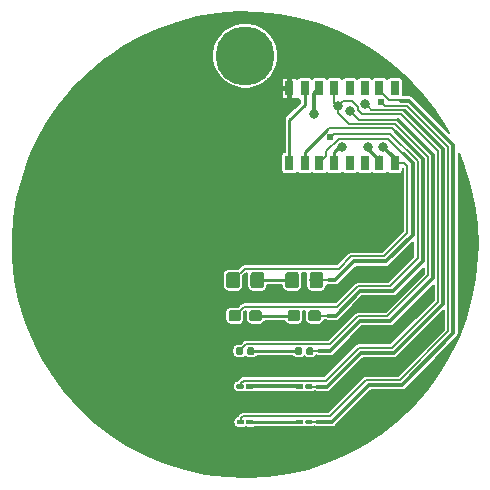
<source format=gtl>
G04 #@! TF.GenerationSoftware,KiCad,Pcbnew,5.0.1*
G04 #@! TF.CreationDate,2019-01-07T18:58:54+01:00*
G04 #@! TF.ProjectId,nibble++,6E6962626C652B2B2E6B696361645F70,rev?*
G04 #@! TF.SameCoordinates,Original*
G04 #@! TF.FileFunction,Copper,L1,Top,Signal*
G04 #@! TF.FilePolarity,Positive*
%FSLAX46Y46*%
G04 Gerber Fmt 4.6, Leading zero omitted, Abs format (unit mm)*
G04 Created by KiCad (PCBNEW 5.0.1) date Mo 07 Jan 2019 18:58:54 CET*
%MOMM*%
%LPD*%
G01*
G04 APERTURE LIST*
G04 #@! TA.AperFunction,Conductor*
%ADD10C,0.100000*%
G04 #@! TD*
G04 #@! TA.AperFunction,SMDPad,CuDef*
%ADD11C,0.950000*%
G04 #@! TD*
G04 #@! TA.AperFunction,SMDPad,CuDef*
%ADD12C,1.150000*%
G04 #@! TD*
G04 #@! TA.AperFunction,SMDPad,CuDef*
%ADD13C,0.590000*%
G04 #@! TD*
G04 #@! TA.AperFunction,ComponentPad*
%ADD14C,5.000000*%
G04 #@! TD*
G04 #@! TA.AperFunction,SMDPad,CuDef*
%ADD15C,0.400000*%
G04 #@! TD*
G04 #@! TA.AperFunction,SMDPad,CuDef*
%ADD16C,0.300000*%
G04 #@! TD*
G04 #@! TA.AperFunction,SMDPad,CuDef*
%ADD17R,0.800000X1.300000*%
G04 #@! TD*
G04 #@! TA.AperFunction,ViaPad*
%ADD18C,0.800000*%
G04 #@! TD*
G04 #@! TA.AperFunction,ViaPad*
%ADD19C,0.604800*%
G04 #@! TD*
G04 #@! TA.AperFunction,Conductor*
%ADD20C,0.152400*%
G04 #@! TD*
G04 #@! TA.AperFunction,Conductor*
%ADD21C,0.304800*%
G04 #@! TD*
G04 #@! TA.AperFunction,Conductor*
%ADD22C,0.250000*%
G04 #@! TD*
G04 #@! TA.AperFunction,Conductor*
%ADD23C,0.177800*%
G04 #@! TD*
G04 APERTURE END LIST*
D10*
G04 #@! TO.N,Net-(D2-Pad2)*
G04 #@! TO.C,R2*
G36*
X104435779Y-105526144D02*
X104458834Y-105529563D01*
X104481443Y-105535227D01*
X104503387Y-105543079D01*
X104524457Y-105553044D01*
X104544448Y-105565026D01*
X104563168Y-105578910D01*
X104580438Y-105594562D01*
X104596090Y-105611832D01*
X104609974Y-105630552D01*
X104621956Y-105650543D01*
X104631921Y-105671613D01*
X104639773Y-105693557D01*
X104645437Y-105716166D01*
X104648856Y-105739221D01*
X104650000Y-105762500D01*
X104650000Y-106237500D01*
X104648856Y-106260779D01*
X104645437Y-106283834D01*
X104639773Y-106306443D01*
X104631921Y-106328387D01*
X104621956Y-106349457D01*
X104609974Y-106369448D01*
X104596090Y-106388168D01*
X104580438Y-106405438D01*
X104563168Y-106421090D01*
X104544448Y-106434974D01*
X104524457Y-106446956D01*
X104503387Y-106456921D01*
X104481443Y-106464773D01*
X104458834Y-106470437D01*
X104435779Y-106473856D01*
X104412500Y-106475000D01*
X103837500Y-106475000D01*
X103814221Y-106473856D01*
X103791166Y-106470437D01*
X103768557Y-106464773D01*
X103746613Y-106456921D01*
X103725543Y-106446956D01*
X103705552Y-106434974D01*
X103686832Y-106421090D01*
X103669562Y-106405438D01*
X103653910Y-106388168D01*
X103640026Y-106369448D01*
X103628044Y-106349457D01*
X103618079Y-106328387D01*
X103610227Y-106306443D01*
X103604563Y-106283834D01*
X103601144Y-106260779D01*
X103600000Y-106237500D01*
X103600000Y-105762500D01*
X103601144Y-105739221D01*
X103604563Y-105716166D01*
X103610227Y-105693557D01*
X103618079Y-105671613D01*
X103628044Y-105650543D01*
X103640026Y-105630552D01*
X103653910Y-105611832D01*
X103669562Y-105594562D01*
X103686832Y-105578910D01*
X103705552Y-105565026D01*
X103725543Y-105553044D01*
X103746613Y-105543079D01*
X103768557Y-105535227D01*
X103791166Y-105529563D01*
X103814221Y-105526144D01*
X103837500Y-105525000D01*
X104412500Y-105525000D01*
X104435779Y-105526144D01*
X104435779Y-105526144D01*
G37*
D11*
G04 #@! TD*
G04 #@! TO.P,R2,1*
G04 #@! TO.N,Net-(D2-Pad2)*
X104125000Y-106000000D03*
D10*
G04 #@! TO.N,Net-(R2-Pad2)*
G04 #@! TO.C,R2*
G36*
X106185779Y-105526144D02*
X106208834Y-105529563D01*
X106231443Y-105535227D01*
X106253387Y-105543079D01*
X106274457Y-105553044D01*
X106294448Y-105565026D01*
X106313168Y-105578910D01*
X106330438Y-105594562D01*
X106346090Y-105611832D01*
X106359974Y-105630552D01*
X106371956Y-105650543D01*
X106381921Y-105671613D01*
X106389773Y-105693557D01*
X106395437Y-105716166D01*
X106398856Y-105739221D01*
X106400000Y-105762500D01*
X106400000Y-106237500D01*
X106398856Y-106260779D01*
X106395437Y-106283834D01*
X106389773Y-106306443D01*
X106381921Y-106328387D01*
X106371956Y-106349457D01*
X106359974Y-106369448D01*
X106346090Y-106388168D01*
X106330438Y-106405438D01*
X106313168Y-106421090D01*
X106294448Y-106434974D01*
X106274457Y-106446956D01*
X106253387Y-106456921D01*
X106231443Y-106464773D01*
X106208834Y-106470437D01*
X106185779Y-106473856D01*
X106162500Y-106475000D01*
X105587500Y-106475000D01*
X105564221Y-106473856D01*
X105541166Y-106470437D01*
X105518557Y-106464773D01*
X105496613Y-106456921D01*
X105475543Y-106446956D01*
X105455552Y-106434974D01*
X105436832Y-106421090D01*
X105419562Y-106405438D01*
X105403910Y-106388168D01*
X105390026Y-106369448D01*
X105378044Y-106349457D01*
X105368079Y-106328387D01*
X105360227Y-106306443D01*
X105354563Y-106283834D01*
X105351144Y-106260779D01*
X105350000Y-106237500D01*
X105350000Y-105762500D01*
X105351144Y-105739221D01*
X105354563Y-105716166D01*
X105360227Y-105693557D01*
X105368079Y-105671613D01*
X105378044Y-105650543D01*
X105390026Y-105630552D01*
X105403910Y-105611832D01*
X105419562Y-105594562D01*
X105436832Y-105578910D01*
X105455552Y-105565026D01*
X105475543Y-105553044D01*
X105496613Y-105543079D01*
X105518557Y-105535227D01*
X105541166Y-105529563D01*
X105564221Y-105526144D01*
X105587500Y-105525000D01*
X106162500Y-105525000D01*
X106185779Y-105526144D01*
X106185779Y-105526144D01*
G37*
D11*
G04 #@! TD*
G04 #@! TO.P,R2,2*
G04 #@! TO.N,Net-(R2-Pad2)*
X105875000Y-106000000D03*
D10*
G04 #@! TO.N,Net-(D1-Pad2)*
G04 #@! TO.C,R1*
G36*
X104324505Y-102301204D02*
X104348773Y-102304804D01*
X104372572Y-102310765D01*
X104395671Y-102319030D01*
X104417850Y-102329520D01*
X104438893Y-102342132D01*
X104458599Y-102356747D01*
X104476777Y-102373223D01*
X104493253Y-102391401D01*
X104507868Y-102411107D01*
X104520480Y-102432150D01*
X104530970Y-102454329D01*
X104539235Y-102477428D01*
X104545196Y-102501227D01*
X104548796Y-102525495D01*
X104550000Y-102549999D01*
X104550000Y-103450001D01*
X104548796Y-103474505D01*
X104545196Y-103498773D01*
X104539235Y-103522572D01*
X104530970Y-103545671D01*
X104520480Y-103567850D01*
X104507868Y-103588893D01*
X104493253Y-103608599D01*
X104476777Y-103626777D01*
X104458599Y-103643253D01*
X104438893Y-103657868D01*
X104417850Y-103670480D01*
X104395671Y-103680970D01*
X104372572Y-103689235D01*
X104348773Y-103695196D01*
X104324505Y-103698796D01*
X104300001Y-103700000D01*
X103649999Y-103700000D01*
X103625495Y-103698796D01*
X103601227Y-103695196D01*
X103577428Y-103689235D01*
X103554329Y-103680970D01*
X103532150Y-103670480D01*
X103511107Y-103657868D01*
X103491401Y-103643253D01*
X103473223Y-103626777D01*
X103456747Y-103608599D01*
X103442132Y-103588893D01*
X103429520Y-103567850D01*
X103419030Y-103545671D01*
X103410765Y-103522572D01*
X103404804Y-103498773D01*
X103401204Y-103474505D01*
X103400000Y-103450001D01*
X103400000Y-102549999D01*
X103401204Y-102525495D01*
X103404804Y-102501227D01*
X103410765Y-102477428D01*
X103419030Y-102454329D01*
X103429520Y-102432150D01*
X103442132Y-102411107D01*
X103456747Y-102391401D01*
X103473223Y-102373223D01*
X103491401Y-102356747D01*
X103511107Y-102342132D01*
X103532150Y-102329520D01*
X103554329Y-102319030D01*
X103577428Y-102310765D01*
X103601227Y-102304804D01*
X103625495Y-102301204D01*
X103649999Y-102300000D01*
X104300001Y-102300000D01*
X104324505Y-102301204D01*
X104324505Y-102301204D01*
G37*
D12*
G04 #@! TD*
G04 #@! TO.P,R1,1*
G04 #@! TO.N,Net-(D1-Pad2)*
X103975000Y-103000000D03*
D10*
G04 #@! TO.N,Net-(R1-Pad2)*
G04 #@! TO.C,R1*
G36*
X106374505Y-102301204D02*
X106398773Y-102304804D01*
X106422572Y-102310765D01*
X106445671Y-102319030D01*
X106467850Y-102329520D01*
X106488893Y-102342132D01*
X106508599Y-102356747D01*
X106526777Y-102373223D01*
X106543253Y-102391401D01*
X106557868Y-102411107D01*
X106570480Y-102432150D01*
X106580970Y-102454329D01*
X106589235Y-102477428D01*
X106595196Y-102501227D01*
X106598796Y-102525495D01*
X106600000Y-102549999D01*
X106600000Y-103450001D01*
X106598796Y-103474505D01*
X106595196Y-103498773D01*
X106589235Y-103522572D01*
X106580970Y-103545671D01*
X106570480Y-103567850D01*
X106557868Y-103588893D01*
X106543253Y-103608599D01*
X106526777Y-103626777D01*
X106508599Y-103643253D01*
X106488893Y-103657868D01*
X106467850Y-103670480D01*
X106445671Y-103680970D01*
X106422572Y-103689235D01*
X106398773Y-103695196D01*
X106374505Y-103698796D01*
X106350001Y-103700000D01*
X105699999Y-103700000D01*
X105675495Y-103698796D01*
X105651227Y-103695196D01*
X105627428Y-103689235D01*
X105604329Y-103680970D01*
X105582150Y-103670480D01*
X105561107Y-103657868D01*
X105541401Y-103643253D01*
X105523223Y-103626777D01*
X105506747Y-103608599D01*
X105492132Y-103588893D01*
X105479520Y-103567850D01*
X105469030Y-103545671D01*
X105460765Y-103522572D01*
X105454804Y-103498773D01*
X105451204Y-103474505D01*
X105450000Y-103450001D01*
X105450000Y-102549999D01*
X105451204Y-102525495D01*
X105454804Y-102501227D01*
X105460765Y-102477428D01*
X105469030Y-102454329D01*
X105479520Y-102432150D01*
X105492132Y-102411107D01*
X105506747Y-102391401D01*
X105523223Y-102373223D01*
X105541401Y-102356747D01*
X105561107Y-102342132D01*
X105582150Y-102329520D01*
X105604329Y-102319030D01*
X105627428Y-102310765D01*
X105651227Y-102304804D01*
X105675495Y-102301204D01*
X105699999Y-102300000D01*
X106350001Y-102300000D01*
X106374505Y-102301204D01*
X106374505Y-102301204D01*
G37*
D12*
G04 #@! TD*
G04 #@! TO.P,R1,2*
G04 #@! TO.N,Net-(R1-Pad2)*
X106025000Y-103000000D03*
D10*
G04 #@! TO.N,Net-(D3-Pad2)*
G04 #@! TO.C,D3*
G36*
X100646958Y-108680710D02*
X100661276Y-108682834D01*
X100675317Y-108686351D01*
X100688946Y-108691228D01*
X100702031Y-108697417D01*
X100714447Y-108704858D01*
X100726073Y-108713481D01*
X100736798Y-108723202D01*
X100746519Y-108733927D01*
X100755142Y-108745553D01*
X100762583Y-108757969D01*
X100768772Y-108771054D01*
X100773649Y-108784683D01*
X100777166Y-108798724D01*
X100779290Y-108813042D01*
X100780000Y-108827500D01*
X100780000Y-109172500D01*
X100779290Y-109186958D01*
X100777166Y-109201276D01*
X100773649Y-109215317D01*
X100768772Y-109228946D01*
X100762583Y-109242031D01*
X100755142Y-109254447D01*
X100746519Y-109266073D01*
X100736798Y-109276798D01*
X100726073Y-109286519D01*
X100714447Y-109295142D01*
X100702031Y-109302583D01*
X100688946Y-109308772D01*
X100675317Y-109313649D01*
X100661276Y-109317166D01*
X100646958Y-109319290D01*
X100632500Y-109320000D01*
X100337500Y-109320000D01*
X100323042Y-109319290D01*
X100308724Y-109317166D01*
X100294683Y-109313649D01*
X100281054Y-109308772D01*
X100267969Y-109302583D01*
X100255553Y-109295142D01*
X100243927Y-109286519D01*
X100233202Y-109276798D01*
X100223481Y-109266073D01*
X100214858Y-109254447D01*
X100207417Y-109242031D01*
X100201228Y-109228946D01*
X100196351Y-109215317D01*
X100192834Y-109201276D01*
X100190710Y-109186958D01*
X100190000Y-109172500D01*
X100190000Y-108827500D01*
X100190710Y-108813042D01*
X100192834Y-108798724D01*
X100196351Y-108784683D01*
X100201228Y-108771054D01*
X100207417Y-108757969D01*
X100214858Y-108745553D01*
X100223481Y-108733927D01*
X100233202Y-108723202D01*
X100243927Y-108713481D01*
X100255553Y-108704858D01*
X100267969Y-108697417D01*
X100281054Y-108691228D01*
X100294683Y-108686351D01*
X100308724Y-108682834D01*
X100323042Y-108680710D01*
X100337500Y-108680000D01*
X100632500Y-108680000D01*
X100646958Y-108680710D01*
X100646958Y-108680710D01*
G37*
D13*
G04 #@! TD*
G04 #@! TO.P,D3,2*
G04 #@! TO.N,Net-(D3-Pad2)*
X100485000Y-109000000D03*
D10*
G04 #@! TO.N,GND*
G04 #@! TO.C,D3*
G36*
X99676958Y-108680710D02*
X99691276Y-108682834D01*
X99705317Y-108686351D01*
X99718946Y-108691228D01*
X99732031Y-108697417D01*
X99744447Y-108704858D01*
X99756073Y-108713481D01*
X99766798Y-108723202D01*
X99776519Y-108733927D01*
X99785142Y-108745553D01*
X99792583Y-108757969D01*
X99798772Y-108771054D01*
X99803649Y-108784683D01*
X99807166Y-108798724D01*
X99809290Y-108813042D01*
X99810000Y-108827500D01*
X99810000Y-109172500D01*
X99809290Y-109186958D01*
X99807166Y-109201276D01*
X99803649Y-109215317D01*
X99798772Y-109228946D01*
X99792583Y-109242031D01*
X99785142Y-109254447D01*
X99776519Y-109266073D01*
X99766798Y-109276798D01*
X99756073Y-109286519D01*
X99744447Y-109295142D01*
X99732031Y-109302583D01*
X99718946Y-109308772D01*
X99705317Y-109313649D01*
X99691276Y-109317166D01*
X99676958Y-109319290D01*
X99662500Y-109320000D01*
X99367500Y-109320000D01*
X99353042Y-109319290D01*
X99338724Y-109317166D01*
X99324683Y-109313649D01*
X99311054Y-109308772D01*
X99297969Y-109302583D01*
X99285553Y-109295142D01*
X99273927Y-109286519D01*
X99263202Y-109276798D01*
X99253481Y-109266073D01*
X99244858Y-109254447D01*
X99237417Y-109242031D01*
X99231228Y-109228946D01*
X99226351Y-109215317D01*
X99222834Y-109201276D01*
X99220710Y-109186958D01*
X99220000Y-109172500D01*
X99220000Y-108827500D01*
X99220710Y-108813042D01*
X99222834Y-108798724D01*
X99226351Y-108784683D01*
X99231228Y-108771054D01*
X99237417Y-108757969D01*
X99244858Y-108745553D01*
X99253481Y-108733927D01*
X99263202Y-108723202D01*
X99273927Y-108713481D01*
X99285553Y-108704858D01*
X99297969Y-108697417D01*
X99311054Y-108691228D01*
X99324683Y-108686351D01*
X99338724Y-108682834D01*
X99353042Y-108680710D01*
X99367500Y-108680000D01*
X99662500Y-108680000D01*
X99676958Y-108680710D01*
X99676958Y-108680710D01*
G37*
D13*
G04 #@! TD*
G04 #@! TO.P,D3,1*
G04 #@! TO.N,GND*
X99515000Y-109000000D03*
D14*
G04 #@! TO.P,REF\002A\002A,1*
G04 #@! TO.N,N/C*
X100000000Y-84000000D03*
G04 #@! TD*
D10*
G04 #@! TO.N,Net-(R3-Pad2)*
G04 #@! TO.C,R3*
G36*
X105646958Y-108680710D02*
X105661276Y-108682834D01*
X105675317Y-108686351D01*
X105688946Y-108691228D01*
X105702031Y-108697417D01*
X105714447Y-108704858D01*
X105726073Y-108713481D01*
X105736798Y-108723202D01*
X105746519Y-108733927D01*
X105755142Y-108745553D01*
X105762583Y-108757969D01*
X105768772Y-108771054D01*
X105773649Y-108784683D01*
X105777166Y-108798724D01*
X105779290Y-108813042D01*
X105780000Y-108827500D01*
X105780000Y-109172500D01*
X105779290Y-109186958D01*
X105777166Y-109201276D01*
X105773649Y-109215317D01*
X105768772Y-109228946D01*
X105762583Y-109242031D01*
X105755142Y-109254447D01*
X105746519Y-109266073D01*
X105736798Y-109276798D01*
X105726073Y-109286519D01*
X105714447Y-109295142D01*
X105702031Y-109302583D01*
X105688946Y-109308772D01*
X105675317Y-109313649D01*
X105661276Y-109317166D01*
X105646958Y-109319290D01*
X105632500Y-109320000D01*
X105337500Y-109320000D01*
X105323042Y-109319290D01*
X105308724Y-109317166D01*
X105294683Y-109313649D01*
X105281054Y-109308772D01*
X105267969Y-109302583D01*
X105255553Y-109295142D01*
X105243927Y-109286519D01*
X105233202Y-109276798D01*
X105223481Y-109266073D01*
X105214858Y-109254447D01*
X105207417Y-109242031D01*
X105201228Y-109228946D01*
X105196351Y-109215317D01*
X105192834Y-109201276D01*
X105190710Y-109186958D01*
X105190000Y-109172500D01*
X105190000Y-108827500D01*
X105190710Y-108813042D01*
X105192834Y-108798724D01*
X105196351Y-108784683D01*
X105201228Y-108771054D01*
X105207417Y-108757969D01*
X105214858Y-108745553D01*
X105223481Y-108733927D01*
X105233202Y-108723202D01*
X105243927Y-108713481D01*
X105255553Y-108704858D01*
X105267969Y-108697417D01*
X105281054Y-108691228D01*
X105294683Y-108686351D01*
X105308724Y-108682834D01*
X105323042Y-108680710D01*
X105337500Y-108680000D01*
X105632500Y-108680000D01*
X105646958Y-108680710D01*
X105646958Y-108680710D01*
G37*
D13*
G04 #@! TD*
G04 #@! TO.P,R3,2*
G04 #@! TO.N,Net-(R3-Pad2)*
X105485000Y-109000000D03*
D10*
G04 #@! TO.N,Net-(D3-Pad2)*
G04 #@! TO.C,R3*
G36*
X104676958Y-108680710D02*
X104691276Y-108682834D01*
X104705317Y-108686351D01*
X104718946Y-108691228D01*
X104732031Y-108697417D01*
X104744447Y-108704858D01*
X104756073Y-108713481D01*
X104766798Y-108723202D01*
X104776519Y-108733927D01*
X104785142Y-108745553D01*
X104792583Y-108757969D01*
X104798772Y-108771054D01*
X104803649Y-108784683D01*
X104807166Y-108798724D01*
X104809290Y-108813042D01*
X104810000Y-108827500D01*
X104810000Y-109172500D01*
X104809290Y-109186958D01*
X104807166Y-109201276D01*
X104803649Y-109215317D01*
X104798772Y-109228946D01*
X104792583Y-109242031D01*
X104785142Y-109254447D01*
X104776519Y-109266073D01*
X104766798Y-109276798D01*
X104756073Y-109286519D01*
X104744447Y-109295142D01*
X104732031Y-109302583D01*
X104718946Y-109308772D01*
X104705317Y-109313649D01*
X104691276Y-109317166D01*
X104676958Y-109319290D01*
X104662500Y-109320000D01*
X104367500Y-109320000D01*
X104353042Y-109319290D01*
X104338724Y-109317166D01*
X104324683Y-109313649D01*
X104311054Y-109308772D01*
X104297969Y-109302583D01*
X104285553Y-109295142D01*
X104273927Y-109286519D01*
X104263202Y-109276798D01*
X104253481Y-109266073D01*
X104244858Y-109254447D01*
X104237417Y-109242031D01*
X104231228Y-109228946D01*
X104226351Y-109215317D01*
X104222834Y-109201276D01*
X104220710Y-109186958D01*
X104220000Y-109172500D01*
X104220000Y-108827500D01*
X104220710Y-108813042D01*
X104222834Y-108798724D01*
X104226351Y-108784683D01*
X104231228Y-108771054D01*
X104237417Y-108757969D01*
X104244858Y-108745553D01*
X104253481Y-108733927D01*
X104263202Y-108723202D01*
X104273927Y-108713481D01*
X104285553Y-108704858D01*
X104297969Y-108697417D01*
X104311054Y-108691228D01*
X104324683Y-108686351D01*
X104338724Y-108682834D01*
X104353042Y-108680710D01*
X104367500Y-108680000D01*
X104662500Y-108680000D01*
X104676958Y-108680710D01*
X104676958Y-108680710D01*
G37*
D13*
G04 #@! TD*
G04 #@! TO.P,R3,1*
G04 #@! TO.N,Net-(D3-Pad2)*
X104515000Y-109000000D03*
D10*
G04 #@! TO.N,GND*
G04 #@! TO.C,D1*
G36*
X99324505Y-102301204D02*
X99348773Y-102304804D01*
X99372572Y-102310765D01*
X99395671Y-102319030D01*
X99417850Y-102329520D01*
X99438893Y-102342132D01*
X99458599Y-102356747D01*
X99476777Y-102373223D01*
X99493253Y-102391401D01*
X99507868Y-102411107D01*
X99520480Y-102432150D01*
X99530970Y-102454329D01*
X99539235Y-102477428D01*
X99545196Y-102501227D01*
X99548796Y-102525495D01*
X99550000Y-102549999D01*
X99550000Y-103450001D01*
X99548796Y-103474505D01*
X99545196Y-103498773D01*
X99539235Y-103522572D01*
X99530970Y-103545671D01*
X99520480Y-103567850D01*
X99507868Y-103588893D01*
X99493253Y-103608599D01*
X99476777Y-103626777D01*
X99458599Y-103643253D01*
X99438893Y-103657868D01*
X99417850Y-103670480D01*
X99395671Y-103680970D01*
X99372572Y-103689235D01*
X99348773Y-103695196D01*
X99324505Y-103698796D01*
X99300001Y-103700000D01*
X98649999Y-103700000D01*
X98625495Y-103698796D01*
X98601227Y-103695196D01*
X98577428Y-103689235D01*
X98554329Y-103680970D01*
X98532150Y-103670480D01*
X98511107Y-103657868D01*
X98491401Y-103643253D01*
X98473223Y-103626777D01*
X98456747Y-103608599D01*
X98442132Y-103588893D01*
X98429520Y-103567850D01*
X98419030Y-103545671D01*
X98410765Y-103522572D01*
X98404804Y-103498773D01*
X98401204Y-103474505D01*
X98400000Y-103450001D01*
X98400000Y-102549999D01*
X98401204Y-102525495D01*
X98404804Y-102501227D01*
X98410765Y-102477428D01*
X98419030Y-102454329D01*
X98429520Y-102432150D01*
X98442132Y-102411107D01*
X98456747Y-102391401D01*
X98473223Y-102373223D01*
X98491401Y-102356747D01*
X98511107Y-102342132D01*
X98532150Y-102329520D01*
X98554329Y-102319030D01*
X98577428Y-102310765D01*
X98601227Y-102304804D01*
X98625495Y-102301204D01*
X98649999Y-102300000D01*
X99300001Y-102300000D01*
X99324505Y-102301204D01*
X99324505Y-102301204D01*
G37*
D12*
G04 #@! TD*
G04 #@! TO.P,D1,1*
G04 #@! TO.N,GND*
X98975000Y-103000000D03*
D10*
G04 #@! TO.N,Net-(D1-Pad2)*
G04 #@! TO.C,D1*
G36*
X101374505Y-102301204D02*
X101398773Y-102304804D01*
X101422572Y-102310765D01*
X101445671Y-102319030D01*
X101467850Y-102329520D01*
X101488893Y-102342132D01*
X101508599Y-102356747D01*
X101526777Y-102373223D01*
X101543253Y-102391401D01*
X101557868Y-102411107D01*
X101570480Y-102432150D01*
X101580970Y-102454329D01*
X101589235Y-102477428D01*
X101595196Y-102501227D01*
X101598796Y-102525495D01*
X101600000Y-102549999D01*
X101600000Y-103450001D01*
X101598796Y-103474505D01*
X101595196Y-103498773D01*
X101589235Y-103522572D01*
X101580970Y-103545671D01*
X101570480Y-103567850D01*
X101557868Y-103588893D01*
X101543253Y-103608599D01*
X101526777Y-103626777D01*
X101508599Y-103643253D01*
X101488893Y-103657868D01*
X101467850Y-103670480D01*
X101445671Y-103680970D01*
X101422572Y-103689235D01*
X101398773Y-103695196D01*
X101374505Y-103698796D01*
X101350001Y-103700000D01*
X100699999Y-103700000D01*
X100675495Y-103698796D01*
X100651227Y-103695196D01*
X100627428Y-103689235D01*
X100604329Y-103680970D01*
X100582150Y-103670480D01*
X100561107Y-103657868D01*
X100541401Y-103643253D01*
X100523223Y-103626777D01*
X100506747Y-103608599D01*
X100492132Y-103588893D01*
X100479520Y-103567850D01*
X100469030Y-103545671D01*
X100460765Y-103522572D01*
X100454804Y-103498773D01*
X100451204Y-103474505D01*
X100450000Y-103450001D01*
X100450000Y-102549999D01*
X100451204Y-102525495D01*
X100454804Y-102501227D01*
X100460765Y-102477428D01*
X100469030Y-102454329D01*
X100479520Y-102432150D01*
X100492132Y-102411107D01*
X100506747Y-102391401D01*
X100523223Y-102373223D01*
X100541401Y-102356747D01*
X100561107Y-102342132D01*
X100582150Y-102329520D01*
X100604329Y-102319030D01*
X100627428Y-102310765D01*
X100651227Y-102304804D01*
X100675495Y-102301204D01*
X100699999Y-102300000D01*
X101350001Y-102300000D01*
X101374505Y-102301204D01*
X101374505Y-102301204D01*
G37*
D12*
G04 #@! TD*
G04 #@! TO.P,D1,2*
G04 #@! TO.N,Net-(D1-Pad2)*
X101025000Y-103000000D03*
D10*
G04 #@! TO.N,GND*
G04 #@! TO.C,D2*
G36*
X99435779Y-105526144D02*
X99458834Y-105529563D01*
X99481443Y-105535227D01*
X99503387Y-105543079D01*
X99524457Y-105553044D01*
X99544448Y-105565026D01*
X99563168Y-105578910D01*
X99580438Y-105594562D01*
X99596090Y-105611832D01*
X99609974Y-105630552D01*
X99621956Y-105650543D01*
X99631921Y-105671613D01*
X99639773Y-105693557D01*
X99645437Y-105716166D01*
X99648856Y-105739221D01*
X99650000Y-105762500D01*
X99650000Y-106237500D01*
X99648856Y-106260779D01*
X99645437Y-106283834D01*
X99639773Y-106306443D01*
X99631921Y-106328387D01*
X99621956Y-106349457D01*
X99609974Y-106369448D01*
X99596090Y-106388168D01*
X99580438Y-106405438D01*
X99563168Y-106421090D01*
X99544448Y-106434974D01*
X99524457Y-106446956D01*
X99503387Y-106456921D01*
X99481443Y-106464773D01*
X99458834Y-106470437D01*
X99435779Y-106473856D01*
X99412500Y-106475000D01*
X98837500Y-106475000D01*
X98814221Y-106473856D01*
X98791166Y-106470437D01*
X98768557Y-106464773D01*
X98746613Y-106456921D01*
X98725543Y-106446956D01*
X98705552Y-106434974D01*
X98686832Y-106421090D01*
X98669562Y-106405438D01*
X98653910Y-106388168D01*
X98640026Y-106369448D01*
X98628044Y-106349457D01*
X98618079Y-106328387D01*
X98610227Y-106306443D01*
X98604563Y-106283834D01*
X98601144Y-106260779D01*
X98600000Y-106237500D01*
X98600000Y-105762500D01*
X98601144Y-105739221D01*
X98604563Y-105716166D01*
X98610227Y-105693557D01*
X98618079Y-105671613D01*
X98628044Y-105650543D01*
X98640026Y-105630552D01*
X98653910Y-105611832D01*
X98669562Y-105594562D01*
X98686832Y-105578910D01*
X98705552Y-105565026D01*
X98725543Y-105553044D01*
X98746613Y-105543079D01*
X98768557Y-105535227D01*
X98791166Y-105529563D01*
X98814221Y-105526144D01*
X98837500Y-105525000D01*
X99412500Y-105525000D01*
X99435779Y-105526144D01*
X99435779Y-105526144D01*
G37*
D11*
G04 #@! TD*
G04 #@! TO.P,D2,1*
G04 #@! TO.N,GND*
X99125000Y-106000000D03*
D10*
G04 #@! TO.N,Net-(D2-Pad2)*
G04 #@! TO.C,D2*
G36*
X101185779Y-105526144D02*
X101208834Y-105529563D01*
X101231443Y-105535227D01*
X101253387Y-105543079D01*
X101274457Y-105553044D01*
X101294448Y-105565026D01*
X101313168Y-105578910D01*
X101330438Y-105594562D01*
X101346090Y-105611832D01*
X101359974Y-105630552D01*
X101371956Y-105650543D01*
X101381921Y-105671613D01*
X101389773Y-105693557D01*
X101395437Y-105716166D01*
X101398856Y-105739221D01*
X101400000Y-105762500D01*
X101400000Y-106237500D01*
X101398856Y-106260779D01*
X101395437Y-106283834D01*
X101389773Y-106306443D01*
X101381921Y-106328387D01*
X101371956Y-106349457D01*
X101359974Y-106369448D01*
X101346090Y-106388168D01*
X101330438Y-106405438D01*
X101313168Y-106421090D01*
X101294448Y-106434974D01*
X101274457Y-106446956D01*
X101253387Y-106456921D01*
X101231443Y-106464773D01*
X101208834Y-106470437D01*
X101185779Y-106473856D01*
X101162500Y-106475000D01*
X100587500Y-106475000D01*
X100564221Y-106473856D01*
X100541166Y-106470437D01*
X100518557Y-106464773D01*
X100496613Y-106456921D01*
X100475543Y-106446956D01*
X100455552Y-106434974D01*
X100436832Y-106421090D01*
X100419562Y-106405438D01*
X100403910Y-106388168D01*
X100390026Y-106369448D01*
X100378044Y-106349457D01*
X100368079Y-106328387D01*
X100360227Y-106306443D01*
X100354563Y-106283834D01*
X100351144Y-106260779D01*
X100350000Y-106237500D01*
X100350000Y-105762500D01*
X100351144Y-105739221D01*
X100354563Y-105716166D01*
X100360227Y-105693557D01*
X100368079Y-105671613D01*
X100378044Y-105650543D01*
X100390026Y-105630552D01*
X100403910Y-105611832D01*
X100419562Y-105594562D01*
X100436832Y-105578910D01*
X100455552Y-105565026D01*
X100475543Y-105553044D01*
X100496613Y-105543079D01*
X100518557Y-105535227D01*
X100541166Y-105529563D01*
X100564221Y-105526144D01*
X100587500Y-105525000D01*
X101162500Y-105525000D01*
X101185779Y-105526144D01*
X101185779Y-105526144D01*
G37*
D11*
G04 #@! TD*
G04 #@! TO.P,D2,2*
G04 #@! TO.N,Net-(D2-Pad2)*
X100875000Y-106000000D03*
D10*
G04 #@! TO.N,Net-(D4-Pad2)*
G04 #@! TO.C,D4*
G36*
X100574002Y-111789082D02*
X100583709Y-111790521D01*
X100593228Y-111792906D01*
X100602468Y-111796212D01*
X100611340Y-111800408D01*
X100619757Y-111805453D01*
X100627639Y-111811299D01*
X100634911Y-111817889D01*
X100641501Y-111825161D01*
X100647347Y-111833043D01*
X100652392Y-111841460D01*
X100656588Y-111850332D01*
X100659894Y-111859572D01*
X100662279Y-111869091D01*
X100663718Y-111878798D01*
X100664200Y-111888600D01*
X100664200Y-112088600D01*
X100663718Y-112098402D01*
X100662279Y-112108109D01*
X100659894Y-112117628D01*
X100656588Y-112126868D01*
X100652392Y-112135740D01*
X100647347Y-112144157D01*
X100641501Y-112152039D01*
X100634911Y-112159311D01*
X100627639Y-112165901D01*
X100619757Y-112171747D01*
X100611340Y-112176792D01*
X100602468Y-112180988D01*
X100593228Y-112184294D01*
X100583709Y-112186679D01*
X100574002Y-112188118D01*
X100564200Y-112188600D01*
X100164200Y-112188600D01*
X100154398Y-112188118D01*
X100144691Y-112186679D01*
X100135172Y-112184294D01*
X100125932Y-112180988D01*
X100117060Y-112176792D01*
X100108643Y-112171747D01*
X100100761Y-112165901D01*
X100093489Y-112159311D01*
X100086899Y-112152039D01*
X100081053Y-112144157D01*
X100076008Y-112135740D01*
X100071812Y-112126868D01*
X100068506Y-112117628D01*
X100066121Y-112108109D01*
X100064682Y-112098402D01*
X100064200Y-112088600D01*
X100064200Y-111888600D01*
X100064682Y-111878798D01*
X100066121Y-111869091D01*
X100068506Y-111859572D01*
X100071812Y-111850332D01*
X100076008Y-111841460D01*
X100081053Y-111833043D01*
X100086899Y-111825161D01*
X100093489Y-111817889D01*
X100100761Y-111811299D01*
X100108643Y-111805453D01*
X100117060Y-111800408D01*
X100125932Y-111796212D01*
X100135172Y-111792906D01*
X100144691Y-111790521D01*
X100154398Y-111789082D01*
X100164200Y-111788600D01*
X100564200Y-111788600D01*
X100574002Y-111789082D01*
X100574002Y-111789082D01*
G37*
D15*
G04 #@! TD*
G04 #@! TO.P,D4,2*
G04 #@! TO.N,Net-(D4-Pad2)*
X100364200Y-111988600D03*
D10*
G04 #@! TO.N,GND*
G04 #@! TO.C,D4*
G36*
X99774002Y-111789082D02*
X99783709Y-111790521D01*
X99793228Y-111792906D01*
X99802468Y-111796212D01*
X99811340Y-111800408D01*
X99819757Y-111805453D01*
X99827639Y-111811299D01*
X99834911Y-111817889D01*
X99841501Y-111825161D01*
X99847347Y-111833043D01*
X99852392Y-111841460D01*
X99856588Y-111850332D01*
X99859894Y-111859572D01*
X99862279Y-111869091D01*
X99863718Y-111878798D01*
X99864200Y-111888600D01*
X99864200Y-112088600D01*
X99863718Y-112098402D01*
X99862279Y-112108109D01*
X99859894Y-112117628D01*
X99856588Y-112126868D01*
X99852392Y-112135740D01*
X99847347Y-112144157D01*
X99841501Y-112152039D01*
X99834911Y-112159311D01*
X99827639Y-112165901D01*
X99819757Y-112171747D01*
X99811340Y-112176792D01*
X99802468Y-112180988D01*
X99793228Y-112184294D01*
X99783709Y-112186679D01*
X99774002Y-112188118D01*
X99764200Y-112188600D01*
X99364200Y-112188600D01*
X99354398Y-112188118D01*
X99344691Y-112186679D01*
X99335172Y-112184294D01*
X99325932Y-112180988D01*
X99317060Y-112176792D01*
X99308643Y-112171747D01*
X99300761Y-112165901D01*
X99293489Y-112159311D01*
X99286899Y-112152039D01*
X99281053Y-112144157D01*
X99276008Y-112135740D01*
X99271812Y-112126868D01*
X99268506Y-112117628D01*
X99266121Y-112108109D01*
X99264682Y-112098402D01*
X99264200Y-112088600D01*
X99264200Y-111888600D01*
X99264682Y-111878798D01*
X99266121Y-111869091D01*
X99268506Y-111859572D01*
X99271812Y-111850332D01*
X99276008Y-111841460D01*
X99281053Y-111833043D01*
X99286899Y-111825161D01*
X99293489Y-111817889D01*
X99300761Y-111811299D01*
X99308643Y-111805453D01*
X99317060Y-111800408D01*
X99325932Y-111796212D01*
X99335172Y-111792906D01*
X99344691Y-111790521D01*
X99354398Y-111789082D01*
X99364200Y-111788600D01*
X99764200Y-111788600D01*
X99774002Y-111789082D01*
X99774002Y-111789082D01*
G37*
D15*
G04 #@! TD*
G04 #@! TO.P,D4,1*
G04 #@! TO.N,GND*
X99564200Y-111988600D03*
D10*
G04 #@! TO.N,GND*
G04 #@! TO.C,D5*
G36*
X99809802Y-114800482D02*
X99819509Y-114801921D01*
X99829028Y-114804306D01*
X99838268Y-114807612D01*
X99847140Y-114811808D01*
X99855557Y-114816853D01*
X99863439Y-114822699D01*
X99870711Y-114829289D01*
X99877301Y-114836561D01*
X99883147Y-114844443D01*
X99888192Y-114852860D01*
X99892388Y-114861732D01*
X99895694Y-114870972D01*
X99898079Y-114880491D01*
X99899518Y-114890198D01*
X99900000Y-114900000D01*
X99900000Y-115100000D01*
X99899518Y-115109802D01*
X99898079Y-115119509D01*
X99895694Y-115129028D01*
X99892388Y-115138268D01*
X99888192Y-115147140D01*
X99883147Y-115155557D01*
X99877301Y-115163439D01*
X99870711Y-115170711D01*
X99863439Y-115177301D01*
X99855557Y-115183147D01*
X99847140Y-115188192D01*
X99838268Y-115192388D01*
X99829028Y-115195694D01*
X99819509Y-115198079D01*
X99809802Y-115199518D01*
X99800000Y-115200000D01*
X99400000Y-115200000D01*
X99390198Y-115199518D01*
X99380491Y-115198079D01*
X99370972Y-115195694D01*
X99361732Y-115192388D01*
X99352860Y-115188192D01*
X99344443Y-115183147D01*
X99336561Y-115177301D01*
X99329289Y-115170711D01*
X99322699Y-115163439D01*
X99316853Y-115155557D01*
X99311808Y-115147140D01*
X99307612Y-115138268D01*
X99304306Y-115129028D01*
X99301921Y-115119509D01*
X99300482Y-115109802D01*
X99300000Y-115100000D01*
X99300000Y-114900000D01*
X99300482Y-114890198D01*
X99301921Y-114880491D01*
X99304306Y-114870972D01*
X99307612Y-114861732D01*
X99311808Y-114852860D01*
X99316853Y-114844443D01*
X99322699Y-114836561D01*
X99329289Y-114829289D01*
X99336561Y-114822699D01*
X99344443Y-114816853D01*
X99352860Y-114811808D01*
X99361732Y-114807612D01*
X99370972Y-114804306D01*
X99380491Y-114801921D01*
X99390198Y-114800482D01*
X99400000Y-114800000D01*
X99800000Y-114800000D01*
X99809802Y-114800482D01*
X99809802Y-114800482D01*
G37*
D15*
G04 #@! TD*
G04 #@! TO.P,D5,1*
G04 #@! TO.N,GND*
X99600000Y-115000000D03*
D10*
G04 #@! TO.N,Net-(D5-Pad2)*
G04 #@! TO.C,D5*
G36*
X100609802Y-114800482D02*
X100619509Y-114801921D01*
X100629028Y-114804306D01*
X100638268Y-114807612D01*
X100647140Y-114811808D01*
X100655557Y-114816853D01*
X100663439Y-114822699D01*
X100670711Y-114829289D01*
X100677301Y-114836561D01*
X100683147Y-114844443D01*
X100688192Y-114852860D01*
X100692388Y-114861732D01*
X100695694Y-114870972D01*
X100698079Y-114880491D01*
X100699518Y-114890198D01*
X100700000Y-114900000D01*
X100700000Y-115100000D01*
X100699518Y-115109802D01*
X100698079Y-115119509D01*
X100695694Y-115129028D01*
X100692388Y-115138268D01*
X100688192Y-115147140D01*
X100683147Y-115155557D01*
X100677301Y-115163439D01*
X100670711Y-115170711D01*
X100663439Y-115177301D01*
X100655557Y-115183147D01*
X100647140Y-115188192D01*
X100638268Y-115192388D01*
X100629028Y-115195694D01*
X100619509Y-115198079D01*
X100609802Y-115199518D01*
X100600000Y-115200000D01*
X100200000Y-115200000D01*
X100190198Y-115199518D01*
X100180491Y-115198079D01*
X100170972Y-115195694D01*
X100161732Y-115192388D01*
X100152860Y-115188192D01*
X100144443Y-115183147D01*
X100136561Y-115177301D01*
X100129289Y-115170711D01*
X100122699Y-115163439D01*
X100116853Y-115155557D01*
X100111808Y-115147140D01*
X100107612Y-115138268D01*
X100104306Y-115129028D01*
X100101921Y-115119509D01*
X100100482Y-115109802D01*
X100100000Y-115100000D01*
X100100000Y-114900000D01*
X100100482Y-114890198D01*
X100101921Y-114880491D01*
X100104306Y-114870972D01*
X100107612Y-114861732D01*
X100111808Y-114852860D01*
X100116853Y-114844443D01*
X100122699Y-114836561D01*
X100129289Y-114829289D01*
X100136561Y-114822699D01*
X100144443Y-114816853D01*
X100152860Y-114811808D01*
X100161732Y-114807612D01*
X100170972Y-114804306D01*
X100180491Y-114801921D01*
X100190198Y-114800482D01*
X100200000Y-114800000D01*
X100600000Y-114800000D01*
X100609802Y-114800482D01*
X100609802Y-114800482D01*
G37*
D15*
G04 #@! TD*
G04 #@! TO.P,D5,2*
G04 #@! TO.N,Net-(D5-Pad2)*
X100400000Y-115000000D03*
D10*
G04 #@! TO.N,Net-(D4-Pad2)*
G04 #@! TO.C,R4*
G36*
X104809802Y-111800482D02*
X104819509Y-111801921D01*
X104829028Y-111804306D01*
X104838268Y-111807612D01*
X104847140Y-111811808D01*
X104855557Y-111816853D01*
X104863439Y-111822699D01*
X104870711Y-111829289D01*
X104877301Y-111836561D01*
X104883147Y-111844443D01*
X104888192Y-111852860D01*
X104892388Y-111861732D01*
X104895694Y-111870972D01*
X104898079Y-111880491D01*
X104899518Y-111890198D01*
X104900000Y-111900000D01*
X104900000Y-112100000D01*
X104899518Y-112109802D01*
X104898079Y-112119509D01*
X104895694Y-112129028D01*
X104892388Y-112138268D01*
X104888192Y-112147140D01*
X104883147Y-112155557D01*
X104877301Y-112163439D01*
X104870711Y-112170711D01*
X104863439Y-112177301D01*
X104855557Y-112183147D01*
X104847140Y-112188192D01*
X104838268Y-112192388D01*
X104829028Y-112195694D01*
X104819509Y-112198079D01*
X104809802Y-112199518D01*
X104800000Y-112200000D01*
X104400000Y-112200000D01*
X104390198Y-112199518D01*
X104380491Y-112198079D01*
X104370972Y-112195694D01*
X104361732Y-112192388D01*
X104352860Y-112188192D01*
X104344443Y-112183147D01*
X104336561Y-112177301D01*
X104329289Y-112170711D01*
X104322699Y-112163439D01*
X104316853Y-112155557D01*
X104311808Y-112147140D01*
X104307612Y-112138268D01*
X104304306Y-112129028D01*
X104301921Y-112119509D01*
X104300482Y-112109802D01*
X104300000Y-112100000D01*
X104300000Y-111900000D01*
X104300482Y-111890198D01*
X104301921Y-111880491D01*
X104304306Y-111870972D01*
X104307612Y-111861732D01*
X104311808Y-111852860D01*
X104316853Y-111844443D01*
X104322699Y-111836561D01*
X104329289Y-111829289D01*
X104336561Y-111822699D01*
X104344443Y-111816853D01*
X104352860Y-111811808D01*
X104361732Y-111807612D01*
X104370972Y-111804306D01*
X104380491Y-111801921D01*
X104390198Y-111800482D01*
X104400000Y-111800000D01*
X104800000Y-111800000D01*
X104809802Y-111800482D01*
X104809802Y-111800482D01*
G37*
D15*
G04 #@! TD*
G04 #@! TO.P,R4,1*
G04 #@! TO.N,Net-(D4-Pad2)*
X104600000Y-112000000D03*
D10*
G04 #@! TO.N,Net-(R4-Pad2)*
G04 #@! TO.C,R4*
G36*
X105609802Y-111800482D02*
X105619509Y-111801921D01*
X105629028Y-111804306D01*
X105638268Y-111807612D01*
X105647140Y-111811808D01*
X105655557Y-111816853D01*
X105663439Y-111822699D01*
X105670711Y-111829289D01*
X105677301Y-111836561D01*
X105683147Y-111844443D01*
X105688192Y-111852860D01*
X105692388Y-111861732D01*
X105695694Y-111870972D01*
X105698079Y-111880491D01*
X105699518Y-111890198D01*
X105700000Y-111900000D01*
X105700000Y-112100000D01*
X105699518Y-112109802D01*
X105698079Y-112119509D01*
X105695694Y-112129028D01*
X105692388Y-112138268D01*
X105688192Y-112147140D01*
X105683147Y-112155557D01*
X105677301Y-112163439D01*
X105670711Y-112170711D01*
X105663439Y-112177301D01*
X105655557Y-112183147D01*
X105647140Y-112188192D01*
X105638268Y-112192388D01*
X105629028Y-112195694D01*
X105619509Y-112198079D01*
X105609802Y-112199518D01*
X105600000Y-112200000D01*
X105200000Y-112200000D01*
X105190198Y-112199518D01*
X105180491Y-112198079D01*
X105170972Y-112195694D01*
X105161732Y-112192388D01*
X105152860Y-112188192D01*
X105144443Y-112183147D01*
X105136561Y-112177301D01*
X105129289Y-112170711D01*
X105122699Y-112163439D01*
X105116853Y-112155557D01*
X105111808Y-112147140D01*
X105107612Y-112138268D01*
X105104306Y-112129028D01*
X105101921Y-112119509D01*
X105100482Y-112109802D01*
X105100000Y-112100000D01*
X105100000Y-111900000D01*
X105100482Y-111890198D01*
X105101921Y-111880491D01*
X105104306Y-111870972D01*
X105107612Y-111861732D01*
X105111808Y-111852860D01*
X105116853Y-111844443D01*
X105122699Y-111836561D01*
X105129289Y-111829289D01*
X105136561Y-111822699D01*
X105144443Y-111816853D01*
X105152860Y-111811808D01*
X105161732Y-111807612D01*
X105170972Y-111804306D01*
X105180491Y-111801921D01*
X105190198Y-111800482D01*
X105200000Y-111800000D01*
X105600000Y-111800000D01*
X105609802Y-111800482D01*
X105609802Y-111800482D01*
G37*
D15*
G04 #@! TD*
G04 #@! TO.P,R4,2*
G04 #@! TO.N,Net-(R4-Pad2)*
X105400000Y-112000000D03*
D10*
G04 #@! TO.N,Net-(D5-Pad2)*
G04 #@! TO.C,R5*
G36*
X104832351Y-114848861D02*
X104839632Y-114849941D01*
X104846771Y-114851729D01*
X104853701Y-114854209D01*
X104860355Y-114857356D01*
X104866668Y-114861140D01*
X104872579Y-114865524D01*
X104878033Y-114870467D01*
X104882976Y-114875921D01*
X104887360Y-114881832D01*
X104891144Y-114888145D01*
X104894291Y-114894799D01*
X104896771Y-114901729D01*
X104898559Y-114908868D01*
X104899639Y-114916149D01*
X104900000Y-114923500D01*
X104900000Y-115073500D01*
X104899639Y-115080851D01*
X104898559Y-115088132D01*
X104896771Y-115095271D01*
X104894291Y-115102201D01*
X104891144Y-115108855D01*
X104887360Y-115115168D01*
X104882976Y-115121079D01*
X104878033Y-115126533D01*
X104872579Y-115131476D01*
X104866668Y-115135860D01*
X104860355Y-115139644D01*
X104853701Y-115142791D01*
X104846771Y-115145271D01*
X104839632Y-115147059D01*
X104832351Y-115148139D01*
X104825000Y-115148500D01*
X104375000Y-115148500D01*
X104367649Y-115148139D01*
X104360368Y-115147059D01*
X104353229Y-115145271D01*
X104346299Y-115142791D01*
X104339645Y-115139644D01*
X104333332Y-115135860D01*
X104327421Y-115131476D01*
X104321967Y-115126533D01*
X104317024Y-115121079D01*
X104312640Y-115115168D01*
X104308856Y-115108855D01*
X104305709Y-115102201D01*
X104303229Y-115095271D01*
X104301441Y-115088132D01*
X104300361Y-115080851D01*
X104300000Y-115073500D01*
X104300000Y-114923500D01*
X104300361Y-114916149D01*
X104301441Y-114908868D01*
X104303229Y-114901729D01*
X104305709Y-114894799D01*
X104308856Y-114888145D01*
X104312640Y-114881832D01*
X104317024Y-114875921D01*
X104321967Y-114870467D01*
X104327421Y-114865524D01*
X104333332Y-114861140D01*
X104339645Y-114857356D01*
X104346299Y-114854209D01*
X104353229Y-114851729D01*
X104360368Y-114849941D01*
X104367649Y-114848861D01*
X104375000Y-114848500D01*
X104825000Y-114848500D01*
X104832351Y-114848861D01*
X104832351Y-114848861D01*
G37*
D16*
G04 #@! TD*
G04 #@! TO.P,R5,1*
G04 #@! TO.N,Net-(D5-Pad2)*
X104600000Y-114998500D03*
D10*
G04 #@! TO.N,Net-(R5-Pad2)*
G04 #@! TO.C,R5*
G36*
X105632351Y-114848861D02*
X105639632Y-114849941D01*
X105646771Y-114851729D01*
X105653701Y-114854209D01*
X105660355Y-114857356D01*
X105666668Y-114861140D01*
X105672579Y-114865524D01*
X105678033Y-114870467D01*
X105682976Y-114875921D01*
X105687360Y-114881832D01*
X105691144Y-114888145D01*
X105694291Y-114894799D01*
X105696771Y-114901729D01*
X105698559Y-114908868D01*
X105699639Y-114916149D01*
X105700000Y-114923500D01*
X105700000Y-115073500D01*
X105699639Y-115080851D01*
X105698559Y-115088132D01*
X105696771Y-115095271D01*
X105694291Y-115102201D01*
X105691144Y-115108855D01*
X105687360Y-115115168D01*
X105682976Y-115121079D01*
X105678033Y-115126533D01*
X105672579Y-115131476D01*
X105666668Y-115135860D01*
X105660355Y-115139644D01*
X105653701Y-115142791D01*
X105646771Y-115145271D01*
X105639632Y-115147059D01*
X105632351Y-115148139D01*
X105625000Y-115148500D01*
X105175000Y-115148500D01*
X105167649Y-115148139D01*
X105160368Y-115147059D01*
X105153229Y-115145271D01*
X105146299Y-115142791D01*
X105139645Y-115139644D01*
X105133332Y-115135860D01*
X105127421Y-115131476D01*
X105121967Y-115126533D01*
X105117024Y-115121079D01*
X105112640Y-115115168D01*
X105108856Y-115108855D01*
X105105709Y-115102201D01*
X105103229Y-115095271D01*
X105101441Y-115088132D01*
X105100361Y-115080851D01*
X105100000Y-115073500D01*
X105100000Y-114923500D01*
X105100361Y-114916149D01*
X105101441Y-114908868D01*
X105103229Y-114901729D01*
X105105709Y-114894799D01*
X105108856Y-114888145D01*
X105112640Y-114881832D01*
X105117024Y-114875921D01*
X105121967Y-114870467D01*
X105127421Y-114865524D01*
X105133332Y-114861140D01*
X105139645Y-114857356D01*
X105146299Y-114854209D01*
X105153229Y-114851729D01*
X105160368Y-114849941D01*
X105167649Y-114848861D01*
X105175000Y-114848500D01*
X105625000Y-114848500D01*
X105632351Y-114848861D01*
X105632351Y-114848861D01*
G37*
D16*
G04 #@! TD*
G04 #@! TO.P,R5,2*
G04 #@! TO.N,Net-(R5-Pad2)*
X105400000Y-114998500D03*
D17*
G04 #@! TO.P,U2,1*
G04 #@! TO.N,Net-(U2-Pad1)*
X103754000Y-93066000D03*
G04 #@! TO.P,U2,2*
G04 #@! TO.N,Net-(R2-Pad2)*
X105034000Y-93066000D03*
G04 #@! TO.P,U2,3*
G04 #@! TO.N,Net-(R1-Pad2)*
X106294000Y-93066000D03*
G04 #@! TO.P,U2,4*
G04 #@! TO.N,Net-(R3-Pad2)*
X107564000Y-93066000D03*
G04 #@! TO.P,U2,5*
G04 #@! TO.N,Net-(U2-Pad5)*
X108844000Y-93066000D03*
G04 #@! TO.P,U2,6*
G04 #@! TO.N,Net-(U2-Pad6)*
X110114000Y-93066000D03*
G04 #@! TO.P,U2,7*
G04 #@! TO.N,Net-(R4-Pad2)*
X111374000Y-93066000D03*
G04 #@! TO.P,U2,8*
G04 #@! TO.N,GND*
X112654000Y-93066000D03*
G04 #@! TO.P,U2,9*
G04 #@! TO.N,Net-(U2-Pad9)*
X112654000Y-86766000D03*
G04 #@! TO.P,U2,10*
G04 #@! TO.N,Net-(R5-Pad2)*
X111374000Y-86766000D03*
G04 #@! TO.P,U2,11*
G04 #@! TO.N,Net-(U2-Pad11)*
X110114000Y-86766000D03*
G04 #@! TO.P,U2,12*
G04 #@! TO.N,Net-(U2-Pad12)*
X108844000Y-86766000D03*
G04 #@! TO.P,U2,13*
G04 #@! TO.N,GND*
X107564000Y-86766000D03*
G04 #@! TO.P,U2,14*
G04 #@! TO.N,Net-(U1-Pad3)*
X106294000Y-86766000D03*
G04 #@! TO.P,U2,15*
G04 #@! TO.N,Net-(U2-Pad1)*
X105034000Y-86766000D03*
G04 #@! TO.P,U2,16*
G04 #@! TO.N,VS*
X103754000Y-86766000D03*
G04 #@! TD*
D18*
G04 #@! TO.N,GND*
X107856229Y-88267646D03*
X111675547Y-91702253D03*
D19*
X107182213Y-90906908D03*
X111498410Y-87918412D03*
D18*
G04 #@! TO.N,VS*
X103759000Y-88328500D03*
G04 #@! TO.N,Net-(R3-Pad2)*
X108861082Y-88676976D03*
X108188506Y-91751400D03*
G04 #@! TO.N,Net-(R4-Pad2)*
X110143505Y-88052807D03*
X110430189Y-91684410D03*
G04 #@! TO.N,Net-(U1-Pad3)*
X105854500Y-88963500D03*
G04 #@! TD*
D20*
G04 #@! TO.N,GND*
X99515000Y-106390000D02*
X99125000Y-106000000D01*
X99680000Y-109165000D02*
X99515000Y-109000000D01*
X107564000Y-86766000D02*
X107564000Y-87975417D01*
X107564000Y-87975417D02*
X107856229Y-88267646D01*
X109537283Y-88606399D02*
X109537283Y-88352399D01*
X116344644Y-104825856D02*
X116344644Y-92087644D01*
X99680000Y-111700000D02*
X99874000Y-111506000D01*
X106807000Y-111506000D02*
X109601000Y-108712000D01*
X109601000Y-108712000D02*
X112458500Y-108712000D01*
X116344644Y-92087644D02*
X113182400Y-88925400D01*
X109052531Y-87867647D02*
X108256228Y-87867647D01*
X109537283Y-88352399D02*
X109052531Y-87867647D01*
X112458500Y-108712000D02*
X116344644Y-104825856D01*
X109856284Y-88925400D02*
X109537283Y-88606399D01*
X113182400Y-88925400D02*
X109856284Y-88925400D01*
X99874000Y-111506000D02*
X106807000Y-111506000D01*
X108256228Y-87867647D02*
X107856229Y-88267646D01*
D21*
X112654000Y-92680706D02*
X112075546Y-92102252D01*
X112075546Y-92102252D02*
X111675547Y-91702253D01*
X112654000Y-93066000D02*
X112654000Y-92680706D01*
D20*
X99826800Y-111506000D02*
X99644200Y-111688600D01*
X99644200Y-111688600D02*
X99644200Y-111988600D01*
X99874000Y-111506000D02*
X99826800Y-111506000D01*
X107856229Y-88833331D02*
X107856229Y-88267646D01*
X108805519Y-89782621D02*
X107856229Y-88833331D01*
X112702293Y-89782621D02*
X108805519Y-89782621D01*
X115487422Y-92567750D02*
X112702293Y-89782621D01*
X100111210Y-108403790D02*
X107191410Y-108403790D01*
X107191410Y-108403790D02*
X109550200Y-106045000D01*
X99515000Y-109000000D02*
X100111210Y-108403790D01*
X115487422Y-102596978D02*
X115487422Y-92567750D01*
X109550200Y-106045000D02*
X112039400Y-106045000D01*
X112039400Y-106045000D02*
X115487422Y-102596978D01*
X107484612Y-90604509D02*
X107182213Y-90906908D01*
X114617500Y-92925900D02*
X112296109Y-90604509D01*
X99876210Y-105248790D02*
X107806410Y-105248790D01*
X109550200Y-103505000D02*
X112268000Y-103505000D01*
X99125000Y-106000000D02*
X99876210Y-105248790D01*
X112296109Y-90604509D02*
X107484612Y-90604509D01*
X107806410Y-105248790D02*
X109550200Y-103505000D01*
X112268000Y-103505000D02*
X114617500Y-101155500D01*
X114617500Y-101155500D02*
X114617500Y-92925900D01*
X113093500Y-111442500D02*
X117205111Y-107330889D01*
X110239080Y-111442500D02*
X113093500Y-111442500D01*
X113689872Y-88220578D02*
X111800576Y-88220578D01*
X117205111Y-107330889D02*
X117205111Y-91735817D01*
X111800576Y-88220578D02*
X111498410Y-87918412D01*
X99680000Y-115000000D02*
X99680000Y-114700000D01*
X117205111Y-91735817D02*
X113689872Y-88220578D01*
X107157790Y-114523790D02*
X110239080Y-111442500D01*
X99680000Y-114700000D02*
X99856210Y-114523790D01*
X99856210Y-114523790D02*
X107157790Y-114523790D01*
X113466000Y-93066000D02*
X112654000Y-93066000D01*
X113728500Y-93328500D02*
X113466000Y-93066000D01*
X108966000Y-100965000D02*
X111760000Y-100965000D01*
X113728500Y-98996500D02*
X113728500Y-93328500D01*
X98975000Y-103000000D02*
X99951210Y-102023790D01*
X99951210Y-102023790D02*
X107907210Y-102023790D01*
X107907210Y-102023790D02*
X108966000Y-100965000D01*
X111760000Y-100965000D02*
X113728500Y-98996500D01*
D22*
G04 #@! TO.N,VS*
X103759000Y-86771000D02*
X103754000Y-86766000D01*
X103759000Y-88328500D02*
X103759000Y-86771000D01*
G04 #@! TO.N,Net-(D1-Pad2)*
X101025000Y-103000000D02*
X103975000Y-103000000D01*
G04 #@! TO.N,Net-(D2-Pad2)*
X100875000Y-106000000D02*
X104125000Y-106000000D01*
G04 #@! TO.N,Net-(D3-Pad2)*
X100485000Y-109000000D02*
X104515000Y-109000000D01*
D21*
G04 #@! TO.N,Net-(D4-Pad2)*
X104668600Y-111988600D02*
X104680000Y-112000000D01*
X100284200Y-111988600D02*
X104668600Y-111988600D01*
D22*
G04 #@! TO.N,Net-(D5-Pad2)*
X100320000Y-115000000D02*
X104724990Y-115000000D01*
D20*
G04 #@! TO.N,Net-(R1-Pad2)*
X113426889Y-92341435D02*
X113225253Y-92139799D01*
X113225253Y-92139799D02*
X113196399Y-92139799D01*
X113196399Y-92139799D02*
X112064800Y-91008200D01*
X106887799Y-92472201D02*
X106294000Y-93066000D01*
X106887799Y-92051329D02*
X106887799Y-92472201D01*
X107930928Y-91008200D02*
X106887799Y-92051329D01*
X112064800Y-91008200D02*
X107930928Y-91008200D01*
X106025000Y-103000000D02*
X106931000Y-103000000D01*
D21*
X114173000Y-93087546D02*
X113426889Y-92341435D01*
X114173000Y-99187000D02*
X114173000Y-93087546D01*
X111950500Y-101409500D02*
X114173000Y-99187000D01*
X109220000Y-101409500D02*
X111950500Y-101409500D01*
X107629500Y-103000000D02*
X109220000Y-101409500D01*
D20*
X106025000Y-103000000D02*
X107108800Y-103000000D01*
D21*
X107108800Y-103000000D02*
X107629500Y-103000000D01*
D22*
G04 #@! TO.N,Net-(R2-Pad2)*
X105034000Y-93066000D02*
X105034000Y-92166000D01*
X105034000Y-92166000D02*
X106914577Y-90285423D01*
D20*
X112746884Y-90445684D02*
X112436231Y-90135031D01*
X112746884Y-90449137D02*
X112746884Y-90445684D01*
X107064969Y-90135031D02*
X106914577Y-90285423D01*
X112436231Y-90135031D02*
X107064969Y-90135031D01*
D21*
X114795036Y-92497289D02*
X112746884Y-90449137D01*
X107664800Y-106000000D02*
X109731189Y-103933611D01*
X109731189Y-103933611D02*
X112521736Y-103933611D01*
X112521736Y-103933611D02*
X115058811Y-101396536D01*
X115058811Y-101396536D02*
X115058811Y-92761064D01*
X115058811Y-92761064D02*
X114795036Y-92497289D01*
X107048300Y-106000000D02*
X107664800Y-106000000D01*
D20*
X105875000Y-106000000D02*
X107048300Y-106000000D01*
D21*
G04 #@! TO.N,Net-(R3-Pad2)*
X115461599Y-91935780D02*
X115461598Y-91935780D01*
X115461599Y-91935780D02*
X115461597Y-91935780D01*
X115461597Y-91935780D02*
X112933817Y-89408000D01*
D20*
X112823611Y-89430211D02*
X109614317Y-89430211D01*
X109261081Y-89076975D02*
X108861082Y-88676976D01*
X109614317Y-89430211D02*
X109261081Y-89076975D01*
D21*
X115916033Y-92390214D02*
X115461599Y-91935780D01*
X107201346Y-109000000D02*
X109727735Y-106473611D01*
X112293136Y-106473611D02*
X115916033Y-102850714D01*
X109727735Y-106473611D02*
X112293136Y-106473611D01*
X115916033Y-102850714D02*
X115916033Y-92390214D01*
D22*
X107978600Y-91751400D02*
X108188506Y-91751400D01*
X107564000Y-92166000D02*
X107978600Y-91751400D01*
X107564000Y-93066000D02*
X107564000Y-92166000D01*
D20*
X105485000Y-109000000D02*
X106104400Y-109000000D01*
X105485000Y-109000000D02*
X106294900Y-109000000D01*
D21*
X106294900Y-109000000D02*
X107201346Y-109000000D01*
D22*
G04 #@! TO.N,Net-(R4-Pad2)*
X111374000Y-93066000D02*
X111374000Y-92449400D01*
D21*
X106919146Y-112000000D02*
X109778535Y-109140611D01*
X109778535Y-109140611D02*
X112636036Y-109140611D01*
X112636036Y-109140611D02*
X116776500Y-105000147D01*
X116776500Y-105000147D02*
X116776500Y-91913353D01*
X116776500Y-91913353D02*
X113512336Y-88649189D01*
D20*
X113512336Y-88649189D02*
X113436136Y-88572989D01*
X110663687Y-88572989D02*
X110543504Y-88452806D01*
X110543504Y-88452806D02*
X110143505Y-88052807D01*
X113436136Y-88572989D02*
X110663687Y-88572989D01*
D22*
X111374000Y-92816000D02*
X110430189Y-91872189D01*
X110430189Y-91872189D02*
X110430189Y-91684410D01*
X111374000Y-93066000D02*
X111374000Y-92816000D01*
D20*
X105400000Y-112000000D02*
X106081800Y-112000000D01*
D21*
X106081800Y-112000000D02*
X106919146Y-112000000D01*
D20*
G04 #@! TO.N,Net-(R5-Pad2)*
X105250000Y-115000000D02*
X106100000Y-115000000D01*
D21*
X107377000Y-115000000D02*
X110490000Y-111887000D01*
X110490000Y-111887000D02*
X112712500Y-111887000D01*
X112712500Y-111887000D02*
X112776000Y-111887000D01*
X113255147Y-111887000D02*
X110490000Y-111887000D01*
X117633722Y-107508425D02*
X113255147Y-111887000D01*
X117633722Y-91558281D02*
X117633722Y-107508425D01*
X113182400Y-87791967D02*
X113867408Y-87791967D01*
X113867408Y-87791967D02*
X117633722Y-91558281D01*
D20*
X111374000Y-86766000D02*
X111374000Y-86930799D01*
X113128411Y-87737978D02*
X113182400Y-87791967D01*
X112181179Y-87737978D02*
X113128411Y-87737978D01*
X111374000Y-86930799D02*
X112181179Y-87737978D01*
D21*
X106100000Y-115000000D02*
X107377000Y-115000000D01*
G04 #@! TO.N,Net-(U1-Pad3)*
X105854500Y-87205500D02*
X106294000Y-86766000D01*
X105854500Y-88963500D02*
X105854500Y-87205500D01*
D22*
G04 #@! TO.N,Net-(U2-Pad1)*
X105034000Y-88126502D02*
X105034000Y-87666000D01*
X105034000Y-87666000D02*
X105034000Y-86766000D01*
X103754000Y-89406502D02*
X105034000Y-88126502D01*
X103754000Y-93066000D02*
X103754000Y-89406502D01*
G04 #@! TD*
D23*
G04 #@! TO.N,VS*
G36*
X101133073Y-80348939D02*
X102875455Y-80527460D01*
X104595069Y-80860162D01*
X106278299Y-81344411D01*
X107911819Y-81976372D01*
X109482695Y-82751042D01*
X110978487Y-83662287D01*
X112387354Y-84702892D01*
X113698139Y-85864617D01*
X114900464Y-87138265D01*
X115984809Y-88513750D01*
X116942588Y-89980181D01*
X117242408Y-90542875D01*
X114194790Y-87495258D01*
X114180964Y-87478411D01*
X114113767Y-87423264D01*
X114037103Y-87382286D01*
X113953918Y-87357052D01*
X113889086Y-87350667D01*
X113889084Y-87350667D01*
X113867408Y-87348532D01*
X113845732Y-87350667D01*
X113344297Y-87350667D01*
X113344297Y-86116000D01*
X113338719Y-86059366D01*
X113322199Y-86004908D01*
X113295373Y-85954720D01*
X113259271Y-85910729D01*
X113215280Y-85874627D01*
X113165092Y-85847801D01*
X113110634Y-85831281D01*
X113054000Y-85825703D01*
X112254000Y-85825703D01*
X112197366Y-85831281D01*
X112142908Y-85847801D01*
X112092720Y-85874627D01*
X112048729Y-85910729D01*
X112014000Y-85953047D01*
X111979271Y-85910729D01*
X111935280Y-85874627D01*
X111885092Y-85847801D01*
X111830634Y-85831281D01*
X111774000Y-85825703D01*
X110974000Y-85825703D01*
X110917366Y-85831281D01*
X110862908Y-85847801D01*
X110812720Y-85874627D01*
X110768729Y-85910729D01*
X110744000Y-85940862D01*
X110719271Y-85910729D01*
X110675280Y-85874627D01*
X110625092Y-85847801D01*
X110570634Y-85831281D01*
X110514000Y-85825703D01*
X109714000Y-85825703D01*
X109657366Y-85831281D01*
X109602908Y-85847801D01*
X109552720Y-85874627D01*
X109508729Y-85910729D01*
X109479000Y-85946954D01*
X109449271Y-85910729D01*
X109405280Y-85874627D01*
X109355092Y-85847801D01*
X109300634Y-85831281D01*
X109244000Y-85825703D01*
X108444000Y-85825703D01*
X108387366Y-85831281D01*
X108332908Y-85847801D01*
X108282720Y-85874627D01*
X108238729Y-85910729D01*
X108204000Y-85953047D01*
X108169271Y-85910729D01*
X108125280Y-85874627D01*
X108075092Y-85847801D01*
X108020634Y-85831281D01*
X107964000Y-85825703D01*
X107164000Y-85825703D01*
X107107366Y-85831281D01*
X107052908Y-85847801D01*
X107002720Y-85874627D01*
X106958729Y-85910729D01*
X106929000Y-85946954D01*
X106899271Y-85910729D01*
X106855280Y-85874627D01*
X106805092Y-85847801D01*
X106750634Y-85831281D01*
X106694000Y-85825703D01*
X105894000Y-85825703D01*
X105837366Y-85831281D01*
X105782908Y-85847801D01*
X105732720Y-85874627D01*
X105688729Y-85910729D01*
X105664000Y-85940862D01*
X105639271Y-85910729D01*
X105595280Y-85874627D01*
X105545092Y-85847801D01*
X105490634Y-85831281D01*
X105434000Y-85825703D01*
X104634000Y-85825703D01*
X104577366Y-85831281D01*
X104522908Y-85847801D01*
X104472720Y-85874627D01*
X104428729Y-85910729D01*
X104392627Y-85954720D01*
X104381235Y-85976034D01*
X104361159Y-85945988D01*
X104324011Y-85908840D01*
X104280330Y-85879653D01*
X104231793Y-85859549D01*
X104180267Y-85849300D01*
X103985775Y-85849300D01*
X103919100Y-85915975D01*
X103919100Y-86600900D01*
X103939100Y-86600900D01*
X103939100Y-86931100D01*
X103919100Y-86931100D01*
X103919100Y-87616025D01*
X103985775Y-87682700D01*
X104180267Y-87682700D01*
X104231793Y-87672451D01*
X104280330Y-87652347D01*
X104324011Y-87623160D01*
X104361159Y-87586012D01*
X104381235Y-87555966D01*
X104392627Y-87577280D01*
X104428729Y-87621271D01*
X104472720Y-87657373D01*
X104522908Y-87684199D01*
X104577366Y-87700719D01*
X104620101Y-87704928D01*
X104620100Y-87955059D01*
X103475702Y-89099458D01*
X103459914Y-89112415D01*
X103446957Y-89128203D01*
X103446955Y-89128205D01*
X103408191Y-89175439D01*
X103369757Y-89247344D01*
X103346090Y-89325364D01*
X103338099Y-89406502D01*
X103340101Y-89426830D01*
X103340100Y-92127072D01*
X103297366Y-92131281D01*
X103242908Y-92147801D01*
X103192720Y-92174627D01*
X103148729Y-92210729D01*
X103112627Y-92254720D01*
X103085801Y-92304908D01*
X103069281Y-92359366D01*
X103063703Y-92416000D01*
X103063703Y-93716000D01*
X103069281Y-93772634D01*
X103085801Y-93827092D01*
X103112627Y-93877280D01*
X103148729Y-93921271D01*
X103192720Y-93957373D01*
X103242908Y-93984199D01*
X103297366Y-94000719D01*
X103354000Y-94006297D01*
X104154000Y-94006297D01*
X104210634Y-94000719D01*
X104265092Y-93984199D01*
X104315280Y-93957373D01*
X104359271Y-93921271D01*
X104394000Y-93878953D01*
X104428729Y-93921271D01*
X104472720Y-93957373D01*
X104522908Y-93984199D01*
X104577366Y-94000719D01*
X104634000Y-94006297D01*
X105434000Y-94006297D01*
X105490634Y-94000719D01*
X105545092Y-93984199D01*
X105595280Y-93957373D01*
X105639271Y-93921271D01*
X105664000Y-93891138D01*
X105688729Y-93921271D01*
X105732720Y-93957373D01*
X105782908Y-93984199D01*
X105837366Y-94000719D01*
X105894000Y-94006297D01*
X106694000Y-94006297D01*
X106750634Y-94000719D01*
X106805092Y-93984199D01*
X106855280Y-93957373D01*
X106899271Y-93921271D01*
X106929000Y-93885046D01*
X106958729Y-93921271D01*
X107002720Y-93957373D01*
X107052908Y-93984199D01*
X107107366Y-94000719D01*
X107164000Y-94006297D01*
X107964000Y-94006297D01*
X108020634Y-94000719D01*
X108075092Y-93984199D01*
X108125280Y-93957373D01*
X108169271Y-93921271D01*
X108204000Y-93878953D01*
X108238729Y-93921271D01*
X108282720Y-93957373D01*
X108332908Y-93984199D01*
X108387366Y-94000719D01*
X108444000Y-94006297D01*
X109244000Y-94006297D01*
X109300634Y-94000719D01*
X109355092Y-93984199D01*
X109405280Y-93957373D01*
X109449271Y-93921271D01*
X109479000Y-93885046D01*
X109508729Y-93921271D01*
X109552720Y-93957373D01*
X109602908Y-93984199D01*
X109657366Y-94000719D01*
X109714000Y-94006297D01*
X110514000Y-94006297D01*
X110570634Y-94000719D01*
X110625092Y-93984199D01*
X110675280Y-93957373D01*
X110719271Y-93921271D01*
X110744000Y-93891138D01*
X110768729Y-93921271D01*
X110812720Y-93957373D01*
X110862908Y-93984199D01*
X110917366Y-94000719D01*
X110974000Y-94006297D01*
X111774000Y-94006297D01*
X111830634Y-94000719D01*
X111885092Y-93984199D01*
X111935280Y-93957373D01*
X111979271Y-93921271D01*
X112014000Y-93878953D01*
X112048729Y-93921271D01*
X112092720Y-93957373D01*
X112142908Y-93984199D01*
X112197366Y-94000719D01*
X112254000Y-94006297D01*
X113054000Y-94006297D01*
X113110634Y-94000719D01*
X113165092Y-93984199D01*
X113215280Y-93957373D01*
X113259271Y-93921271D01*
X113295373Y-93877280D01*
X113322199Y-93827092D01*
X113338719Y-93772634D01*
X113344297Y-93716000D01*
X113344297Y-93460626D01*
X113363401Y-93479730D01*
X113363400Y-98845271D01*
X111608772Y-100599900D01*
X108983920Y-100599900D01*
X108965999Y-100598135D01*
X108948078Y-100599900D01*
X108948069Y-100599900D01*
X108894428Y-100605183D01*
X108825606Y-100626060D01*
X108762180Y-100659962D01*
X108706587Y-100705587D01*
X108695158Y-100719513D01*
X107755982Y-101658690D01*
X99969130Y-101658690D01*
X99951209Y-101656925D01*
X99933288Y-101658690D01*
X99933279Y-101658690D01*
X99879638Y-101663973D01*
X99810816Y-101684850D01*
X99747390Y-101718752D01*
X99691797Y-101764377D01*
X99680368Y-101778303D01*
X99430864Y-102027807D01*
X99405408Y-102020085D01*
X99300001Y-102009703D01*
X98649999Y-102009703D01*
X98544592Y-102020085D01*
X98443237Y-102050831D01*
X98349827Y-102100759D01*
X98267952Y-102167952D01*
X98200759Y-102249827D01*
X98150831Y-102343237D01*
X98120085Y-102444592D01*
X98109703Y-102549999D01*
X98109703Y-103450001D01*
X98120085Y-103555408D01*
X98150831Y-103656763D01*
X98200759Y-103750173D01*
X98267952Y-103832048D01*
X98349827Y-103899241D01*
X98443237Y-103949169D01*
X98544592Y-103979915D01*
X98649999Y-103990297D01*
X99300001Y-103990297D01*
X99405408Y-103979915D01*
X99506763Y-103949169D01*
X99600173Y-103899241D01*
X99682048Y-103832048D01*
X99749241Y-103750173D01*
X99799169Y-103656763D01*
X99829915Y-103555408D01*
X99840297Y-103450001D01*
X99840297Y-102651032D01*
X100102439Y-102388890D01*
X100186982Y-102388890D01*
X100170085Y-102444592D01*
X100159703Y-102549999D01*
X100159703Y-103450001D01*
X100170085Y-103555408D01*
X100200831Y-103656763D01*
X100250759Y-103750173D01*
X100317952Y-103832048D01*
X100399827Y-103899241D01*
X100493237Y-103949169D01*
X100594592Y-103979915D01*
X100699999Y-103990297D01*
X101350001Y-103990297D01*
X101455408Y-103979915D01*
X101556763Y-103949169D01*
X101650173Y-103899241D01*
X101732048Y-103832048D01*
X101799241Y-103750173D01*
X101849169Y-103656763D01*
X101879915Y-103555408D01*
X101890297Y-103450001D01*
X101890297Y-103413900D01*
X103109703Y-103413900D01*
X103109703Y-103450001D01*
X103120085Y-103555408D01*
X103150831Y-103656763D01*
X103200759Y-103750173D01*
X103267952Y-103832048D01*
X103349827Y-103899241D01*
X103443237Y-103949169D01*
X103544592Y-103979915D01*
X103649999Y-103990297D01*
X104300001Y-103990297D01*
X104405408Y-103979915D01*
X104506763Y-103949169D01*
X104600173Y-103899241D01*
X104682048Y-103832048D01*
X104749241Y-103750173D01*
X104799169Y-103656763D01*
X104829915Y-103555408D01*
X104840297Y-103450001D01*
X104840297Y-102549999D01*
X104829915Y-102444592D01*
X104813018Y-102388890D01*
X105186982Y-102388890D01*
X105170085Y-102444592D01*
X105159703Y-102549999D01*
X105159703Y-103450001D01*
X105170085Y-103555408D01*
X105200831Y-103656763D01*
X105250759Y-103750173D01*
X105317952Y-103832048D01*
X105399827Y-103899241D01*
X105493237Y-103949169D01*
X105594592Y-103979915D01*
X105699999Y-103990297D01*
X106350001Y-103990297D01*
X106455408Y-103979915D01*
X106556763Y-103949169D01*
X106650173Y-103899241D01*
X106732048Y-103832048D01*
X106799241Y-103750173D01*
X106849169Y-103656763D01*
X106879915Y-103555408D01*
X106890297Y-103450001D01*
X106890297Y-103383592D01*
X106939105Y-103409681D01*
X107022290Y-103434915D01*
X107087122Y-103441300D01*
X107607824Y-103441300D01*
X107629500Y-103443435D01*
X107651176Y-103441300D01*
X107651178Y-103441300D01*
X107716010Y-103434915D01*
X107799195Y-103409681D01*
X107875859Y-103368703D01*
X107943056Y-103313556D01*
X107956881Y-103296710D01*
X109402793Y-101850800D01*
X111928824Y-101850800D01*
X111950500Y-101852935D01*
X111972176Y-101850800D01*
X111972178Y-101850800D01*
X112037010Y-101844415D01*
X112120195Y-101819181D01*
X112196859Y-101778203D01*
X112264056Y-101723056D01*
X112277882Y-101706210D01*
X114252400Y-99731693D01*
X114252400Y-101004271D01*
X112116772Y-103139900D01*
X109568120Y-103139900D01*
X109550199Y-103138135D01*
X109532278Y-103139900D01*
X109532269Y-103139900D01*
X109478628Y-103145183D01*
X109409806Y-103166060D01*
X109346380Y-103199962D01*
X109290787Y-103245587D01*
X109279358Y-103259513D01*
X107655182Y-104883690D01*
X99894130Y-104883690D01*
X99876209Y-104881925D01*
X99858288Y-104883690D01*
X99858279Y-104883690D01*
X99804638Y-104888973D01*
X99735816Y-104909850D01*
X99672390Y-104943752D01*
X99616797Y-104989377D01*
X99605368Y-105003303D01*
X99373968Y-105234703D01*
X98837500Y-105234703D01*
X98734532Y-105244844D01*
X98635521Y-105274879D01*
X98544272Y-105323653D01*
X98464291Y-105389291D01*
X98398653Y-105469272D01*
X98349879Y-105560521D01*
X98319844Y-105659532D01*
X98309703Y-105762500D01*
X98309703Y-106237500D01*
X98319844Y-106340468D01*
X98349879Y-106439479D01*
X98398653Y-106530728D01*
X98464291Y-106610709D01*
X98544272Y-106676347D01*
X98635521Y-106725121D01*
X98734532Y-106755156D01*
X98837500Y-106765297D01*
X99412500Y-106765297D01*
X99506557Y-106756034D01*
X99514999Y-106756865D01*
X99586571Y-106749816D01*
X99655393Y-106728940D01*
X99718819Y-106695037D01*
X99774413Y-106649413D01*
X99820037Y-106593819D01*
X99853940Y-106530393D01*
X99857107Y-106519951D01*
X99900121Y-106439479D01*
X99930156Y-106340468D01*
X99940297Y-106237500D01*
X99940297Y-105762500D01*
X99934786Y-105706543D01*
X100027439Y-105613890D01*
X100083690Y-105613890D01*
X100069844Y-105659532D01*
X100059703Y-105762500D01*
X100059703Y-106237500D01*
X100069844Y-106340468D01*
X100099879Y-106439479D01*
X100148653Y-106530728D01*
X100214291Y-106610709D01*
X100294272Y-106676347D01*
X100385521Y-106725121D01*
X100484532Y-106755156D01*
X100587500Y-106765297D01*
X101162500Y-106765297D01*
X101265468Y-106755156D01*
X101364479Y-106725121D01*
X101455728Y-106676347D01*
X101535709Y-106610709D01*
X101601347Y-106530728D01*
X101650121Y-106439479D01*
X101657880Y-106413900D01*
X103342120Y-106413900D01*
X103349879Y-106439479D01*
X103398653Y-106530728D01*
X103464291Y-106610709D01*
X103544272Y-106676347D01*
X103635521Y-106725121D01*
X103734532Y-106755156D01*
X103837500Y-106765297D01*
X104412500Y-106765297D01*
X104515468Y-106755156D01*
X104614479Y-106725121D01*
X104705728Y-106676347D01*
X104785709Y-106610709D01*
X104851347Y-106530728D01*
X104900121Y-106439479D01*
X104930156Y-106340468D01*
X104940297Y-106237500D01*
X104940297Y-105762500D01*
X104930156Y-105659532D01*
X104916310Y-105613890D01*
X105083690Y-105613890D01*
X105069844Y-105659532D01*
X105059703Y-105762500D01*
X105059703Y-106237500D01*
X105069844Y-106340468D01*
X105099879Y-106439479D01*
X105148653Y-106530728D01*
X105214291Y-106610709D01*
X105294272Y-106676347D01*
X105385521Y-106725121D01*
X105484532Y-106755156D01*
X105587500Y-106765297D01*
X106162500Y-106765297D01*
X106265468Y-106755156D01*
X106364479Y-106725121D01*
X106455728Y-106676347D01*
X106535709Y-106610709D01*
X106601347Y-106530728D01*
X106650121Y-106439479D01*
X106672684Y-106365100D01*
X106797551Y-106365100D01*
X106801941Y-106368703D01*
X106878605Y-106409681D01*
X106961790Y-106434915D01*
X107026622Y-106441300D01*
X107643124Y-106441300D01*
X107664800Y-106443435D01*
X107686476Y-106441300D01*
X107686478Y-106441300D01*
X107751310Y-106434915D01*
X107834495Y-106409681D01*
X107911159Y-106368703D01*
X107978356Y-106313556D01*
X107992182Y-106296709D01*
X109913981Y-104374911D01*
X112500060Y-104374911D01*
X112521736Y-104377046D01*
X112543412Y-104374911D01*
X112543414Y-104374911D01*
X112608246Y-104368526D01*
X112691431Y-104343292D01*
X112768095Y-104302314D01*
X112835292Y-104247167D01*
X112849118Y-104230320D01*
X115122322Y-101957117D01*
X115122322Y-102445749D01*
X111888172Y-105679900D01*
X109568123Y-105679900D01*
X109550200Y-105678135D01*
X109532277Y-105679900D01*
X109532269Y-105679900D01*
X109478628Y-105685183D01*
X109409806Y-105706060D01*
X109346380Y-105739962D01*
X109311075Y-105768937D01*
X109290787Y-105785587D01*
X109279358Y-105799513D01*
X107040182Y-108038690D01*
X100129130Y-108038690D01*
X100111209Y-108036925D01*
X100093288Y-108038690D01*
X100093279Y-108038690D01*
X100039638Y-108043973D01*
X99970816Y-108064850D01*
X99907390Y-108098752D01*
X99851797Y-108144377D01*
X99840368Y-108158303D01*
X99608968Y-108389703D01*
X99367500Y-108389703D01*
X99282090Y-108398115D01*
X99199962Y-108423028D01*
X99124273Y-108463485D01*
X99057931Y-108517931D01*
X99003485Y-108584273D01*
X98963028Y-108659962D01*
X98938115Y-108742090D01*
X98929703Y-108827500D01*
X98929703Y-109172500D01*
X98938115Y-109257910D01*
X98963028Y-109340038D01*
X99003485Y-109415727D01*
X99057931Y-109482069D01*
X99124273Y-109536515D01*
X99199962Y-109576972D01*
X99282090Y-109601885D01*
X99367500Y-109610297D01*
X99662500Y-109610297D01*
X99747910Y-109601885D01*
X99830038Y-109576972D01*
X99905727Y-109536515D01*
X99972069Y-109482069D01*
X100000000Y-109448035D01*
X100027931Y-109482069D01*
X100094273Y-109536515D01*
X100169962Y-109576972D01*
X100252090Y-109601885D01*
X100337500Y-109610297D01*
X100632500Y-109610297D01*
X100717910Y-109601885D01*
X100800038Y-109576972D01*
X100875727Y-109536515D01*
X100942069Y-109482069D01*
X100996515Y-109415727D01*
X100997492Y-109413900D01*
X104002508Y-109413900D01*
X104003485Y-109415727D01*
X104057931Y-109482069D01*
X104124273Y-109536515D01*
X104199962Y-109576972D01*
X104282090Y-109601885D01*
X104367500Y-109610297D01*
X104662500Y-109610297D01*
X104747910Y-109601885D01*
X104830038Y-109576972D01*
X104905727Y-109536515D01*
X104972069Y-109482069D01*
X105000000Y-109448035D01*
X105027931Y-109482069D01*
X105094273Y-109536515D01*
X105169962Y-109576972D01*
X105252090Y-109601885D01*
X105337500Y-109610297D01*
X105632500Y-109610297D01*
X105717910Y-109601885D01*
X105800038Y-109576972D01*
X105875727Y-109536515D01*
X105942069Y-109482069D01*
X105996515Y-109415727D01*
X106023576Y-109365100D01*
X106044151Y-109365100D01*
X106048541Y-109368703D01*
X106125205Y-109409681D01*
X106208390Y-109434915D01*
X106273222Y-109441300D01*
X107179670Y-109441300D01*
X107201346Y-109443435D01*
X107223022Y-109441300D01*
X107223024Y-109441300D01*
X107287856Y-109434915D01*
X107371041Y-109409681D01*
X107447705Y-109368703D01*
X107514902Y-109313556D01*
X107528728Y-109296709D01*
X109910528Y-106914911D01*
X112271460Y-106914911D01*
X112293136Y-106917046D01*
X112314812Y-106914911D01*
X112314814Y-106914911D01*
X112379646Y-106908526D01*
X112462831Y-106883292D01*
X112539495Y-106842314D01*
X112606692Y-106787167D01*
X112620518Y-106770320D01*
X115979544Y-103411295D01*
X115979544Y-104674626D01*
X112307272Y-108346900D01*
X109618923Y-108346900D01*
X109601000Y-108345135D01*
X109583077Y-108346900D01*
X109583069Y-108346900D01*
X109529428Y-108352183D01*
X109460606Y-108373060D01*
X109397180Y-108406962D01*
X109355514Y-108441156D01*
X109355508Y-108441162D01*
X109341587Y-108452587D01*
X109330162Y-108466508D01*
X106655772Y-111140900D01*
X99891920Y-111140900D01*
X99873999Y-111139135D01*
X99856078Y-111140900D01*
X99844720Y-111140900D01*
X99826799Y-111139135D01*
X99808878Y-111140900D01*
X99808869Y-111140900D01*
X99755228Y-111146183D01*
X99686406Y-111167060D01*
X99622980Y-111200962D01*
X99567387Y-111246587D01*
X99555953Y-111260519D01*
X99398715Y-111417757D01*
X99384787Y-111429188D01*
X99373358Y-111443114D01*
X99373357Y-111443115D01*
X99365995Y-111452086D01*
X99339162Y-111484781D01*
X99330141Y-111501657D01*
X99288057Y-111505802D01*
X99214840Y-111528013D01*
X99147363Y-111564080D01*
X99088218Y-111612618D01*
X99039680Y-111671763D01*
X99003613Y-111739240D01*
X98981402Y-111812457D01*
X98973903Y-111888600D01*
X98973903Y-112088600D01*
X98981402Y-112164743D01*
X99003613Y-112237960D01*
X99039680Y-112305437D01*
X99088218Y-112364582D01*
X99147363Y-112413120D01*
X99214840Y-112449187D01*
X99288057Y-112471398D01*
X99364200Y-112478897D01*
X99764200Y-112478897D01*
X99840343Y-112471398D01*
X99913560Y-112449187D01*
X99964200Y-112422120D01*
X100014840Y-112449187D01*
X100088057Y-112471398D01*
X100164200Y-112478897D01*
X100564200Y-112478897D01*
X100640343Y-112471398D01*
X100713560Y-112449187D01*
X100749644Y-112429900D01*
X104193228Y-112429900D01*
X104250640Y-112460587D01*
X104323857Y-112482798D01*
X104400000Y-112490297D01*
X104800000Y-112490297D01*
X104876143Y-112482798D01*
X104949360Y-112460587D01*
X105000000Y-112433520D01*
X105050640Y-112460587D01*
X105123857Y-112482798D01*
X105200000Y-112490297D01*
X105600000Y-112490297D01*
X105676143Y-112482798D01*
X105749360Y-112460587D01*
X105816837Y-112424520D01*
X105865363Y-112384697D01*
X105912105Y-112409681D01*
X105995290Y-112434915D01*
X106060122Y-112441300D01*
X106897470Y-112441300D01*
X106919146Y-112443435D01*
X106940822Y-112441300D01*
X106940824Y-112441300D01*
X107005656Y-112434915D01*
X107088841Y-112409681D01*
X107165505Y-112368703D01*
X107232702Y-112313556D01*
X107246528Y-112296709D01*
X109961328Y-109581911D01*
X112614360Y-109581911D01*
X112636036Y-109584046D01*
X112657712Y-109581911D01*
X112657714Y-109581911D01*
X112722546Y-109575526D01*
X112805731Y-109550292D01*
X112882395Y-109509314D01*
X112949592Y-109454167D01*
X112963418Y-109437320D01*
X116840011Y-105560728D01*
X116840011Y-107179660D01*
X112942272Y-111077400D01*
X110257000Y-111077400D01*
X110239079Y-111075635D01*
X110221158Y-111077400D01*
X110221149Y-111077400D01*
X110167508Y-111082683D01*
X110098686Y-111103560D01*
X110035259Y-111137462D01*
X109993594Y-111171657D01*
X109979667Y-111183087D01*
X109968238Y-111197013D01*
X107006562Y-114158690D01*
X99874133Y-114158690D01*
X99856210Y-114156925D01*
X99838287Y-114158690D01*
X99838279Y-114158690D01*
X99784638Y-114163973D01*
X99715816Y-114184850D01*
X99652390Y-114218752D01*
X99596797Y-114264377D01*
X99585367Y-114278304D01*
X99434513Y-114429158D01*
X99420588Y-114440587D01*
X99409159Y-114454513D01*
X99409157Y-114454515D01*
X99374962Y-114496181D01*
X99365941Y-114513057D01*
X99323857Y-114517202D01*
X99250640Y-114539413D01*
X99183163Y-114575480D01*
X99124018Y-114624018D01*
X99075480Y-114683163D01*
X99039413Y-114750640D01*
X99017202Y-114823857D01*
X99009703Y-114900000D01*
X99009703Y-115100000D01*
X99017202Y-115176143D01*
X99039413Y-115249360D01*
X99075480Y-115316837D01*
X99124018Y-115375982D01*
X99183163Y-115424520D01*
X99250640Y-115460587D01*
X99323857Y-115482798D01*
X99400000Y-115490297D01*
X99800000Y-115490297D01*
X99876143Y-115482798D01*
X99949360Y-115460587D01*
X100000000Y-115433520D01*
X100050640Y-115460587D01*
X100123857Y-115482798D01*
X100200000Y-115490297D01*
X100600000Y-115490297D01*
X100676143Y-115482798D01*
X100749360Y-115460587D01*
X100816837Y-115424520D01*
X100829778Y-115413900D01*
X104244800Y-115413900D01*
X104303734Y-115431778D01*
X104375000Y-115438797D01*
X104825000Y-115438797D01*
X104896266Y-115431778D01*
X104964793Y-115410990D01*
X105000000Y-115392171D01*
X105035207Y-115410990D01*
X105103734Y-115431778D01*
X105175000Y-115438797D01*
X105625000Y-115438797D01*
X105696266Y-115431778D01*
X105764793Y-115410990D01*
X105827948Y-115377233D01*
X105842732Y-115365100D01*
X105849251Y-115365100D01*
X105853641Y-115368703D01*
X105930305Y-115409681D01*
X106013490Y-115434915D01*
X106078322Y-115441300D01*
X107355324Y-115441300D01*
X107377000Y-115443435D01*
X107398676Y-115441300D01*
X107398678Y-115441300D01*
X107463510Y-115434915D01*
X107546695Y-115409681D01*
X107623359Y-115368703D01*
X107690556Y-115313556D01*
X107704382Y-115296709D01*
X110672793Y-112328300D01*
X113233471Y-112328300D01*
X113255147Y-112330435D01*
X113276823Y-112328300D01*
X113276825Y-112328300D01*
X113341657Y-112321915D01*
X113424842Y-112296681D01*
X113501506Y-112255703D01*
X113568703Y-112200556D01*
X113582529Y-112183709D01*
X117930437Y-107835802D01*
X117947278Y-107821981D01*
X117977702Y-107784910D01*
X118002425Y-107754785D01*
X118032908Y-107697755D01*
X118043403Y-107678120D01*
X118068637Y-107594935D01*
X118075022Y-107530103D01*
X118075022Y-107530102D01*
X118077157Y-107508426D01*
X118075022Y-107486750D01*
X118075022Y-92255215D01*
X118449177Y-93138812D01*
X118986059Y-94806002D01*
X119372611Y-96514317D01*
X119605774Y-98250231D01*
X119683700Y-100000000D01*
X119656724Y-101030165D01*
X119487329Y-102773458D01*
X119163635Y-104494790D01*
X118688206Y-106180533D01*
X118064807Y-107817340D01*
X117298372Y-109392250D01*
X116394972Y-110892793D01*
X115361758Y-112307089D01*
X114206912Y-113623939D01*
X112939577Y-114832916D01*
X111569789Y-115924448D01*
X110108392Y-116889892D01*
X108566958Y-117721605D01*
X106957693Y-118413000D01*
X105293337Y-118958603D01*
X103587069Y-119354095D01*
X101852400Y-119596343D01*
X100103063Y-119683430D01*
X98352910Y-119614666D01*
X96615799Y-119390596D01*
X94905484Y-119012994D01*
X93235506Y-118484850D01*
X91619088Y-117810344D01*
X90069030Y-116994819D01*
X88597603Y-116044731D01*
X87216459Y-114967603D01*
X85936534Y-113771963D01*
X84767961Y-112467279D01*
X83719994Y-111063881D01*
X82800930Y-109572880D01*
X82018045Y-108006082D01*
X81377540Y-106375893D01*
X80884484Y-104695221D01*
X80542783Y-102977373D01*
X80355141Y-101235950D01*
X80323045Y-99484741D01*
X80446748Y-97737612D01*
X80725272Y-96008396D01*
X81156410Y-94310785D01*
X81736750Y-92658220D01*
X82461695Y-91063787D01*
X83325506Y-89540110D01*
X84321344Y-88099252D01*
X85237433Y-86997775D01*
X103087300Y-86997775D01*
X103087300Y-87442268D01*
X103097549Y-87493794D01*
X103117654Y-87542330D01*
X103146841Y-87586012D01*
X103183989Y-87623160D01*
X103227670Y-87652347D01*
X103276207Y-87672451D01*
X103327733Y-87682700D01*
X103522225Y-87682700D01*
X103588900Y-87616025D01*
X103588900Y-86931100D01*
X103153975Y-86931100D01*
X103087300Y-86997775D01*
X85237433Y-86997775D01*
X85441323Y-86752624D01*
X86676576Y-85510886D01*
X88017323Y-84383871D01*
X88959583Y-83725317D01*
X97211100Y-83725317D01*
X97211100Y-84274683D01*
X97318276Y-84813492D01*
X97528509Y-85321039D01*
X97833720Y-85777820D01*
X98222180Y-86166280D01*
X98678961Y-86471491D01*
X99186508Y-86681724D01*
X99725317Y-86788900D01*
X100274683Y-86788900D01*
X100813492Y-86681724D01*
X101321039Y-86471491D01*
X101777820Y-86166280D01*
X101854368Y-86089732D01*
X103087300Y-86089732D01*
X103087300Y-86534225D01*
X103153975Y-86600900D01*
X103588900Y-86600900D01*
X103588900Y-85915975D01*
X103522225Y-85849300D01*
X103327733Y-85849300D01*
X103276207Y-85859549D01*
X103227670Y-85879653D01*
X103183989Y-85908840D01*
X103146841Y-85945988D01*
X103117654Y-85989670D01*
X103097549Y-86038206D01*
X103087300Y-86089732D01*
X101854368Y-86089732D01*
X102166280Y-85777820D01*
X102471491Y-85321039D01*
X102681724Y-84813492D01*
X102788900Y-84274683D01*
X102788900Y-83725317D01*
X102681724Y-83186508D01*
X102471491Y-82678961D01*
X102166280Y-82222180D01*
X101777820Y-81833720D01*
X101321039Y-81528509D01*
X100813492Y-81318276D01*
X100274683Y-81211100D01*
X99725317Y-81211100D01*
X99186508Y-81318276D01*
X98678961Y-81528509D01*
X98222180Y-81833720D01*
X97833720Y-82222180D01*
X97528509Y-82678961D01*
X97318276Y-83186508D01*
X97211100Y-83725317D01*
X88959583Y-83725317D01*
X89452946Y-83380502D01*
X90972080Y-82508725D01*
X92562695Y-81775441D01*
X94212198Y-81186457D01*
X95907529Y-80746436D01*
X97635263Y-80458862D01*
X99381720Y-80326013D01*
X101133073Y-80348939D01*
X101133073Y-80348939D01*
G37*
X101133073Y-80348939D02*
X102875455Y-80527460D01*
X104595069Y-80860162D01*
X106278299Y-81344411D01*
X107911819Y-81976372D01*
X109482695Y-82751042D01*
X110978487Y-83662287D01*
X112387354Y-84702892D01*
X113698139Y-85864617D01*
X114900464Y-87138265D01*
X115984809Y-88513750D01*
X116942588Y-89980181D01*
X117242408Y-90542875D01*
X114194790Y-87495258D01*
X114180964Y-87478411D01*
X114113767Y-87423264D01*
X114037103Y-87382286D01*
X113953918Y-87357052D01*
X113889086Y-87350667D01*
X113889084Y-87350667D01*
X113867408Y-87348532D01*
X113845732Y-87350667D01*
X113344297Y-87350667D01*
X113344297Y-86116000D01*
X113338719Y-86059366D01*
X113322199Y-86004908D01*
X113295373Y-85954720D01*
X113259271Y-85910729D01*
X113215280Y-85874627D01*
X113165092Y-85847801D01*
X113110634Y-85831281D01*
X113054000Y-85825703D01*
X112254000Y-85825703D01*
X112197366Y-85831281D01*
X112142908Y-85847801D01*
X112092720Y-85874627D01*
X112048729Y-85910729D01*
X112014000Y-85953047D01*
X111979271Y-85910729D01*
X111935280Y-85874627D01*
X111885092Y-85847801D01*
X111830634Y-85831281D01*
X111774000Y-85825703D01*
X110974000Y-85825703D01*
X110917366Y-85831281D01*
X110862908Y-85847801D01*
X110812720Y-85874627D01*
X110768729Y-85910729D01*
X110744000Y-85940862D01*
X110719271Y-85910729D01*
X110675280Y-85874627D01*
X110625092Y-85847801D01*
X110570634Y-85831281D01*
X110514000Y-85825703D01*
X109714000Y-85825703D01*
X109657366Y-85831281D01*
X109602908Y-85847801D01*
X109552720Y-85874627D01*
X109508729Y-85910729D01*
X109479000Y-85946954D01*
X109449271Y-85910729D01*
X109405280Y-85874627D01*
X109355092Y-85847801D01*
X109300634Y-85831281D01*
X109244000Y-85825703D01*
X108444000Y-85825703D01*
X108387366Y-85831281D01*
X108332908Y-85847801D01*
X108282720Y-85874627D01*
X108238729Y-85910729D01*
X108204000Y-85953047D01*
X108169271Y-85910729D01*
X108125280Y-85874627D01*
X108075092Y-85847801D01*
X108020634Y-85831281D01*
X107964000Y-85825703D01*
X107164000Y-85825703D01*
X107107366Y-85831281D01*
X107052908Y-85847801D01*
X107002720Y-85874627D01*
X106958729Y-85910729D01*
X106929000Y-85946954D01*
X106899271Y-85910729D01*
X106855280Y-85874627D01*
X106805092Y-85847801D01*
X106750634Y-85831281D01*
X106694000Y-85825703D01*
X105894000Y-85825703D01*
X105837366Y-85831281D01*
X105782908Y-85847801D01*
X105732720Y-85874627D01*
X105688729Y-85910729D01*
X105664000Y-85940862D01*
X105639271Y-85910729D01*
X105595280Y-85874627D01*
X105545092Y-85847801D01*
X105490634Y-85831281D01*
X105434000Y-85825703D01*
X104634000Y-85825703D01*
X104577366Y-85831281D01*
X104522908Y-85847801D01*
X104472720Y-85874627D01*
X104428729Y-85910729D01*
X104392627Y-85954720D01*
X104381235Y-85976034D01*
X104361159Y-85945988D01*
X104324011Y-85908840D01*
X104280330Y-85879653D01*
X104231793Y-85859549D01*
X104180267Y-85849300D01*
X103985775Y-85849300D01*
X103919100Y-85915975D01*
X103919100Y-86600900D01*
X103939100Y-86600900D01*
X103939100Y-86931100D01*
X103919100Y-86931100D01*
X103919100Y-87616025D01*
X103985775Y-87682700D01*
X104180267Y-87682700D01*
X104231793Y-87672451D01*
X104280330Y-87652347D01*
X104324011Y-87623160D01*
X104361159Y-87586012D01*
X104381235Y-87555966D01*
X104392627Y-87577280D01*
X104428729Y-87621271D01*
X104472720Y-87657373D01*
X104522908Y-87684199D01*
X104577366Y-87700719D01*
X104620101Y-87704928D01*
X104620100Y-87955059D01*
X103475702Y-89099458D01*
X103459914Y-89112415D01*
X103446957Y-89128203D01*
X103446955Y-89128205D01*
X103408191Y-89175439D01*
X103369757Y-89247344D01*
X103346090Y-89325364D01*
X103338099Y-89406502D01*
X103340101Y-89426830D01*
X103340100Y-92127072D01*
X103297366Y-92131281D01*
X103242908Y-92147801D01*
X103192720Y-92174627D01*
X103148729Y-92210729D01*
X103112627Y-92254720D01*
X103085801Y-92304908D01*
X103069281Y-92359366D01*
X103063703Y-92416000D01*
X103063703Y-93716000D01*
X103069281Y-93772634D01*
X103085801Y-93827092D01*
X103112627Y-93877280D01*
X103148729Y-93921271D01*
X103192720Y-93957373D01*
X103242908Y-93984199D01*
X103297366Y-94000719D01*
X103354000Y-94006297D01*
X104154000Y-94006297D01*
X104210634Y-94000719D01*
X104265092Y-93984199D01*
X104315280Y-93957373D01*
X104359271Y-93921271D01*
X104394000Y-93878953D01*
X104428729Y-93921271D01*
X104472720Y-93957373D01*
X104522908Y-93984199D01*
X104577366Y-94000719D01*
X104634000Y-94006297D01*
X105434000Y-94006297D01*
X105490634Y-94000719D01*
X105545092Y-93984199D01*
X105595280Y-93957373D01*
X105639271Y-93921271D01*
X105664000Y-93891138D01*
X105688729Y-93921271D01*
X105732720Y-93957373D01*
X105782908Y-93984199D01*
X105837366Y-94000719D01*
X105894000Y-94006297D01*
X106694000Y-94006297D01*
X106750634Y-94000719D01*
X106805092Y-93984199D01*
X106855280Y-93957373D01*
X106899271Y-93921271D01*
X106929000Y-93885046D01*
X106958729Y-93921271D01*
X107002720Y-93957373D01*
X107052908Y-93984199D01*
X107107366Y-94000719D01*
X107164000Y-94006297D01*
X107964000Y-94006297D01*
X108020634Y-94000719D01*
X108075092Y-93984199D01*
X108125280Y-93957373D01*
X108169271Y-93921271D01*
X108204000Y-93878953D01*
X108238729Y-93921271D01*
X108282720Y-93957373D01*
X108332908Y-93984199D01*
X108387366Y-94000719D01*
X108444000Y-94006297D01*
X109244000Y-94006297D01*
X109300634Y-94000719D01*
X109355092Y-93984199D01*
X109405280Y-93957373D01*
X109449271Y-93921271D01*
X109479000Y-93885046D01*
X109508729Y-93921271D01*
X109552720Y-93957373D01*
X109602908Y-93984199D01*
X109657366Y-94000719D01*
X109714000Y-94006297D01*
X110514000Y-94006297D01*
X110570634Y-94000719D01*
X110625092Y-93984199D01*
X110675280Y-93957373D01*
X110719271Y-93921271D01*
X110744000Y-93891138D01*
X110768729Y-93921271D01*
X110812720Y-93957373D01*
X110862908Y-93984199D01*
X110917366Y-94000719D01*
X110974000Y-94006297D01*
X111774000Y-94006297D01*
X111830634Y-94000719D01*
X111885092Y-93984199D01*
X111935280Y-93957373D01*
X111979271Y-93921271D01*
X112014000Y-93878953D01*
X112048729Y-93921271D01*
X112092720Y-93957373D01*
X112142908Y-93984199D01*
X112197366Y-94000719D01*
X112254000Y-94006297D01*
X113054000Y-94006297D01*
X113110634Y-94000719D01*
X113165092Y-93984199D01*
X113215280Y-93957373D01*
X113259271Y-93921271D01*
X113295373Y-93877280D01*
X113322199Y-93827092D01*
X113338719Y-93772634D01*
X113344297Y-93716000D01*
X113344297Y-93460626D01*
X113363401Y-93479730D01*
X113363400Y-98845271D01*
X111608772Y-100599900D01*
X108983920Y-100599900D01*
X108965999Y-100598135D01*
X108948078Y-100599900D01*
X108948069Y-100599900D01*
X108894428Y-100605183D01*
X108825606Y-100626060D01*
X108762180Y-100659962D01*
X108706587Y-100705587D01*
X108695158Y-100719513D01*
X107755982Y-101658690D01*
X99969130Y-101658690D01*
X99951209Y-101656925D01*
X99933288Y-101658690D01*
X99933279Y-101658690D01*
X99879638Y-101663973D01*
X99810816Y-101684850D01*
X99747390Y-101718752D01*
X99691797Y-101764377D01*
X99680368Y-101778303D01*
X99430864Y-102027807D01*
X99405408Y-102020085D01*
X99300001Y-102009703D01*
X98649999Y-102009703D01*
X98544592Y-102020085D01*
X98443237Y-102050831D01*
X98349827Y-102100759D01*
X98267952Y-102167952D01*
X98200759Y-102249827D01*
X98150831Y-102343237D01*
X98120085Y-102444592D01*
X98109703Y-102549999D01*
X98109703Y-103450001D01*
X98120085Y-103555408D01*
X98150831Y-103656763D01*
X98200759Y-103750173D01*
X98267952Y-103832048D01*
X98349827Y-103899241D01*
X98443237Y-103949169D01*
X98544592Y-103979915D01*
X98649999Y-103990297D01*
X99300001Y-103990297D01*
X99405408Y-103979915D01*
X99506763Y-103949169D01*
X99600173Y-103899241D01*
X99682048Y-103832048D01*
X99749241Y-103750173D01*
X99799169Y-103656763D01*
X99829915Y-103555408D01*
X99840297Y-103450001D01*
X99840297Y-102651032D01*
X100102439Y-102388890D01*
X100186982Y-102388890D01*
X100170085Y-102444592D01*
X100159703Y-102549999D01*
X100159703Y-103450001D01*
X100170085Y-103555408D01*
X100200831Y-103656763D01*
X100250759Y-103750173D01*
X100317952Y-103832048D01*
X100399827Y-103899241D01*
X100493237Y-103949169D01*
X100594592Y-103979915D01*
X100699999Y-103990297D01*
X101350001Y-103990297D01*
X101455408Y-103979915D01*
X101556763Y-103949169D01*
X101650173Y-103899241D01*
X101732048Y-103832048D01*
X101799241Y-103750173D01*
X101849169Y-103656763D01*
X101879915Y-103555408D01*
X101890297Y-103450001D01*
X101890297Y-103413900D01*
X103109703Y-103413900D01*
X103109703Y-103450001D01*
X103120085Y-103555408D01*
X103150831Y-103656763D01*
X103200759Y-103750173D01*
X103267952Y-103832048D01*
X103349827Y-103899241D01*
X103443237Y-103949169D01*
X103544592Y-103979915D01*
X103649999Y-103990297D01*
X104300001Y-103990297D01*
X104405408Y-103979915D01*
X104506763Y-103949169D01*
X104600173Y-103899241D01*
X104682048Y-103832048D01*
X104749241Y-103750173D01*
X104799169Y-103656763D01*
X104829915Y-103555408D01*
X104840297Y-103450001D01*
X104840297Y-102549999D01*
X104829915Y-102444592D01*
X104813018Y-102388890D01*
X105186982Y-102388890D01*
X105170085Y-102444592D01*
X105159703Y-102549999D01*
X105159703Y-103450001D01*
X105170085Y-103555408D01*
X105200831Y-103656763D01*
X105250759Y-103750173D01*
X105317952Y-103832048D01*
X105399827Y-103899241D01*
X105493237Y-103949169D01*
X105594592Y-103979915D01*
X105699999Y-103990297D01*
X106350001Y-103990297D01*
X106455408Y-103979915D01*
X106556763Y-103949169D01*
X106650173Y-103899241D01*
X106732048Y-103832048D01*
X106799241Y-103750173D01*
X106849169Y-103656763D01*
X106879915Y-103555408D01*
X106890297Y-103450001D01*
X106890297Y-103383592D01*
X106939105Y-103409681D01*
X107022290Y-103434915D01*
X107087122Y-103441300D01*
X107607824Y-103441300D01*
X107629500Y-103443435D01*
X107651176Y-103441300D01*
X107651178Y-103441300D01*
X107716010Y-103434915D01*
X107799195Y-103409681D01*
X107875859Y-103368703D01*
X107943056Y-103313556D01*
X107956881Y-103296710D01*
X109402793Y-101850800D01*
X111928824Y-101850800D01*
X111950500Y-101852935D01*
X111972176Y-101850800D01*
X111972178Y-101850800D01*
X112037010Y-101844415D01*
X112120195Y-101819181D01*
X112196859Y-101778203D01*
X112264056Y-101723056D01*
X112277882Y-101706210D01*
X114252400Y-99731693D01*
X114252400Y-101004271D01*
X112116772Y-103139900D01*
X109568120Y-103139900D01*
X109550199Y-103138135D01*
X109532278Y-103139900D01*
X109532269Y-103139900D01*
X109478628Y-103145183D01*
X109409806Y-103166060D01*
X109346380Y-103199962D01*
X109290787Y-103245587D01*
X109279358Y-103259513D01*
X107655182Y-104883690D01*
X99894130Y-104883690D01*
X99876209Y-104881925D01*
X99858288Y-104883690D01*
X99858279Y-104883690D01*
X99804638Y-104888973D01*
X99735816Y-104909850D01*
X99672390Y-104943752D01*
X99616797Y-104989377D01*
X99605368Y-105003303D01*
X99373968Y-105234703D01*
X98837500Y-105234703D01*
X98734532Y-105244844D01*
X98635521Y-105274879D01*
X98544272Y-105323653D01*
X98464291Y-105389291D01*
X98398653Y-105469272D01*
X98349879Y-105560521D01*
X98319844Y-105659532D01*
X98309703Y-105762500D01*
X98309703Y-106237500D01*
X98319844Y-106340468D01*
X98349879Y-106439479D01*
X98398653Y-106530728D01*
X98464291Y-106610709D01*
X98544272Y-106676347D01*
X98635521Y-106725121D01*
X98734532Y-106755156D01*
X98837500Y-106765297D01*
X99412500Y-106765297D01*
X99506557Y-106756034D01*
X99514999Y-106756865D01*
X99586571Y-106749816D01*
X99655393Y-106728940D01*
X99718819Y-106695037D01*
X99774413Y-106649413D01*
X99820037Y-106593819D01*
X99853940Y-106530393D01*
X99857107Y-106519951D01*
X99900121Y-106439479D01*
X99930156Y-106340468D01*
X99940297Y-106237500D01*
X99940297Y-105762500D01*
X99934786Y-105706543D01*
X100027439Y-105613890D01*
X100083690Y-105613890D01*
X100069844Y-105659532D01*
X100059703Y-105762500D01*
X100059703Y-106237500D01*
X100069844Y-106340468D01*
X100099879Y-106439479D01*
X100148653Y-106530728D01*
X100214291Y-106610709D01*
X100294272Y-106676347D01*
X100385521Y-106725121D01*
X100484532Y-106755156D01*
X100587500Y-106765297D01*
X101162500Y-106765297D01*
X101265468Y-106755156D01*
X101364479Y-106725121D01*
X101455728Y-106676347D01*
X101535709Y-106610709D01*
X101601347Y-106530728D01*
X101650121Y-106439479D01*
X101657880Y-106413900D01*
X103342120Y-106413900D01*
X103349879Y-106439479D01*
X103398653Y-106530728D01*
X103464291Y-106610709D01*
X103544272Y-106676347D01*
X103635521Y-106725121D01*
X103734532Y-106755156D01*
X103837500Y-106765297D01*
X104412500Y-106765297D01*
X104515468Y-106755156D01*
X104614479Y-106725121D01*
X104705728Y-106676347D01*
X104785709Y-106610709D01*
X104851347Y-106530728D01*
X104900121Y-106439479D01*
X104930156Y-106340468D01*
X104940297Y-106237500D01*
X104940297Y-105762500D01*
X104930156Y-105659532D01*
X104916310Y-105613890D01*
X105083690Y-105613890D01*
X105069844Y-105659532D01*
X105059703Y-105762500D01*
X105059703Y-106237500D01*
X105069844Y-106340468D01*
X105099879Y-106439479D01*
X105148653Y-106530728D01*
X105214291Y-106610709D01*
X105294272Y-106676347D01*
X105385521Y-106725121D01*
X105484532Y-106755156D01*
X105587500Y-106765297D01*
X106162500Y-106765297D01*
X106265468Y-106755156D01*
X106364479Y-106725121D01*
X106455728Y-106676347D01*
X106535709Y-106610709D01*
X106601347Y-106530728D01*
X106650121Y-106439479D01*
X106672684Y-106365100D01*
X106797551Y-106365100D01*
X106801941Y-106368703D01*
X106878605Y-106409681D01*
X106961790Y-106434915D01*
X107026622Y-106441300D01*
X107643124Y-106441300D01*
X107664800Y-106443435D01*
X107686476Y-106441300D01*
X107686478Y-106441300D01*
X107751310Y-106434915D01*
X107834495Y-106409681D01*
X107911159Y-106368703D01*
X107978356Y-106313556D01*
X107992182Y-106296709D01*
X109913981Y-104374911D01*
X112500060Y-104374911D01*
X112521736Y-104377046D01*
X112543412Y-104374911D01*
X112543414Y-104374911D01*
X112608246Y-104368526D01*
X112691431Y-104343292D01*
X112768095Y-104302314D01*
X112835292Y-104247167D01*
X112849118Y-104230320D01*
X115122322Y-101957117D01*
X115122322Y-102445749D01*
X111888172Y-105679900D01*
X109568123Y-105679900D01*
X109550200Y-105678135D01*
X109532277Y-105679900D01*
X109532269Y-105679900D01*
X109478628Y-105685183D01*
X109409806Y-105706060D01*
X109346380Y-105739962D01*
X109311075Y-105768937D01*
X109290787Y-105785587D01*
X109279358Y-105799513D01*
X107040182Y-108038690D01*
X100129130Y-108038690D01*
X100111209Y-108036925D01*
X100093288Y-108038690D01*
X100093279Y-108038690D01*
X100039638Y-108043973D01*
X99970816Y-108064850D01*
X99907390Y-108098752D01*
X99851797Y-108144377D01*
X99840368Y-108158303D01*
X99608968Y-108389703D01*
X99367500Y-108389703D01*
X99282090Y-108398115D01*
X99199962Y-108423028D01*
X99124273Y-108463485D01*
X99057931Y-108517931D01*
X99003485Y-108584273D01*
X98963028Y-108659962D01*
X98938115Y-108742090D01*
X98929703Y-108827500D01*
X98929703Y-109172500D01*
X98938115Y-109257910D01*
X98963028Y-109340038D01*
X99003485Y-109415727D01*
X99057931Y-109482069D01*
X99124273Y-109536515D01*
X99199962Y-109576972D01*
X99282090Y-109601885D01*
X99367500Y-109610297D01*
X99662500Y-109610297D01*
X99747910Y-109601885D01*
X99830038Y-109576972D01*
X99905727Y-109536515D01*
X99972069Y-109482069D01*
X100000000Y-109448035D01*
X100027931Y-109482069D01*
X100094273Y-109536515D01*
X100169962Y-109576972D01*
X100252090Y-109601885D01*
X100337500Y-109610297D01*
X100632500Y-109610297D01*
X100717910Y-109601885D01*
X100800038Y-109576972D01*
X100875727Y-109536515D01*
X100942069Y-109482069D01*
X100996515Y-109415727D01*
X100997492Y-109413900D01*
X104002508Y-109413900D01*
X104003485Y-109415727D01*
X104057931Y-109482069D01*
X104124273Y-109536515D01*
X104199962Y-109576972D01*
X104282090Y-109601885D01*
X104367500Y-109610297D01*
X104662500Y-109610297D01*
X104747910Y-109601885D01*
X104830038Y-109576972D01*
X104905727Y-109536515D01*
X104972069Y-109482069D01*
X105000000Y-109448035D01*
X105027931Y-109482069D01*
X105094273Y-109536515D01*
X105169962Y-109576972D01*
X105252090Y-109601885D01*
X105337500Y-109610297D01*
X105632500Y-109610297D01*
X105717910Y-109601885D01*
X105800038Y-109576972D01*
X105875727Y-109536515D01*
X105942069Y-109482069D01*
X105996515Y-109415727D01*
X106023576Y-109365100D01*
X106044151Y-109365100D01*
X106048541Y-109368703D01*
X106125205Y-109409681D01*
X106208390Y-109434915D01*
X106273222Y-109441300D01*
X107179670Y-109441300D01*
X107201346Y-109443435D01*
X107223022Y-109441300D01*
X107223024Y-109441300D01*
X107287856Y-109434915D01*
X107371041Y-109409681D01*
X107447705Y-109368703D01*
X107514902Y-109313556D01*
X107528728Y-109296709D01*
X109910528Y-106914911D01*
X112271460Y-106914911D01*
X112293136Y-106917046D01*
X112314812Y-106914911D01*
X112314814Y-106914911D01*
X112379646Y-106908526D01*
X112462831Y-106883292D01*
X112539495Y-106842314D01*
X112606692Y-106787167D01*
X112620518Y-106770320D01*
X115979544Y-103411295D01*
X115979544Y-104674626D01*
X112307272Y-108346900D01*
X109618923Y-108346900D01*
X109601000Y-108345135D01*
X109583077Y-108346900D01*
X109583069Y-108346900D01*
X109529428Y-108352183D01*
X109460606Y-108373060D01*
X109397180Y-108406962D01*
X109355514Y-108441156D01*
X109355508Y-108441162D01*
X109341587Y-108452587D01*
X109330162Y-108466508D01*
X106655772Y-111140900D01*
X99891920Y-111140900D01*
X99873999Y-111139135D01*
X99856078Y-111140900D01*
X99844720Y-111140900D01*
X99826799Y-111139135D01*
X99808878Y-111140900D01*
X99808869Y-111140900D01*
X99755228Y-111146183D01*
X99686406Y-111167060D01*
X99622980Y-111200962D01*
X99567387Y-111246587D01*
X99555953Y-111260519D01*
X99398715Y-111417757D01*
X99384787Y-111429188D01*
X99373358Y-111443114D01*
X99373357Y-111443115D01*
X99365995Y-111452086D01*
X99339162Y-111484781D01*
X99330141Y-111501657D01*
X99288057Y-111505802D01*
X99214840Y-111528013D01*
X99147363Y-111564080D01*
X99088218Y-111612618D01*
X99039680Y-111671763D01*
X99003613Y-111739240D01*
X98981402Y-111812457D01*
X98973903Y-111888600D01*
X98973903Y-112088600D01*
X98981402Y-112164743D01*
X99003613Y-112237960D01*
X99039680Y-112305437D01*
X99088218Y-112364582D01*
X99147363Y-112413120D01*
X99214840Y-112449187D01*
X99288057Y-112471398D01*
X99364200Y-112478897D01*
X99764200Y-112478897D01*
X99840343Y-112471398D01*
X99913560Y-112449187D01*
X99964200Y-112422120D01*
X100014840Y-112449187D01*
X100088057Y-112471398D01*
X100164200Y-112478897D01*
X100564200Y-112478897D01*
X100640343Y-112471398D01*
X100713560Y-112449187D01*
X100749644Y-112429900D01*
X104193228Y-112429900D01*
X104250640Y-112460587D01*
X104323857Y-112482798D01*
X104400000Y-112490297D01*
X104800000Y-112490297D01*
X104876143Y-112482798D01*
X104949360Y-112460587D01*
X105000000Y-112433520D01*
X105050640Y-112460587D01*
X105123857Y-112482798D01*
X105200000Y-112490297D01*
X105600000Y-112490297D01*
X105676143Y-112482798D01*
X105749360Y-112460587D01*
X105816837Y-112424520D01*
X105865363Y-112384697D01*
X105912105Y-112409681D01*
X105995290Y-112434915D01*
X106060122Y-112441300D01*
X106897470Y-112441300D01*
X106919146Y-112443435D01*
X106940822Y-112441300D01*
X106940824Y-112441300D01*
X107005656Y-112434915D01*
X107088841Y-112409681D01*
X107165505Y-112368703D01*
X107232702Y-112313556D01*
X107246528Y-112296709D01*
X109961328Y-109581911D01*
X112614360Y-109581911D01*
X112636036Y-109584046D01*
X112657712Y-109581911D01*
X112657714Y-109581911D01*
X112722546Y-109575526D01*
X112805731Y-109550292D01*
X112882395Y-109509314D01*
X112949592Y-109454167D01*
X112963418Y-109437320D01*
X116840011Y-105560728D01*
X116840011Y-107179660D01*
X112942272Y-111077400D01*
X110257000Y-111077400D01*
X110239079Y-111075635D01*
X110221158Y-111077400D01*
X110221149Y-111077400D01*
X110167508Y-111082683D01*
X110098686Y-111103560D01*
X110035259Y-111137462D01*
X109993594Y-111171657D01*
X109979667Y-111183087D01*
X109968238Y-111197013D01*
X107006562Y-114158690D01*
X99874133Y-114158690D01*
X99856210Y-114156925D01*
X99838287Y-114158690D01*
X99838279Y-114158690D01*
X99784638Y-114163973D01*
X99715816Y-114184850D01*
X99652390Y-114218752D01*
X99596797Y-114264377D01*
X99585367Y-114278304D01*
X99434513Y-114429158D01*
X99420588Y-114440587D01*
X99409159Y-114454513D01*
X99409157Y-114454515D01*
X99374962Y-114496181D01*
X99365941Y-114513057D01*
X99323857Y-114517202D01*
X99250640Y-114539413D01*
X99183163Y-114575480D01*
X99124018Y-114624018D01*
X99075480Y-114683163D01*
X99039413Y-114750640D01*
X99017202Y-114823857D01*
X99009703Y-114900000D01*
X99009703Y-115100000D01*
X99017202Y-115176143D01*
X99039413Y-115249360D01*
X99075480Y-115316837D01*
X99124018Y-115375982D01*
X99183163Y-115424520D01*
X99250640Y-115460587D01*
X99323857Y-115482798D01*
X99400000Y-115490297D01*
X99800000Y-115490297D01*
X99876143Y-115482798D01*
X99949360Y-115460587D01*
X100000000Y-115433520D01*
X100050640Y-115460587D01*
X100123857Y-115482798D01*
X100200000Y-115490297D01*
X100600000Y-115490297D01*
X100676143Y-115482798D01*
X100749360Y-115460587D01*
X100816837Y-115424520D01*
X100829778Y-115413900D01*
X104244800Y-115413900D01*
X104303734Y-115431778D01*
X104375000Y-115438797D01*
X104825000Y-115438797D01*
X104896266Y-115431778D01*
X104964793Y-115410990D01*
X105000000Y-115392171D01*
X105035207Y-115410990D01*
X105103734Y-115431778D01*
X105175000Y-115438797D01*
X105625000Y-115438797D01*
X105696266Y-115431778D01*
X105764793Y-115410990D01*
X105827948Y-115377233D01*
X105842732Y-115365100D01*
X105849251Y-115365100D01*
X105853641Y-115368703D01*
X105930305Y-115409681D01*
X106013490Y-115434915D01*
X106078322Y-115441300D01*
X107355324Y-115441300D01*
X107377000Y-115443435D01*
X107398676Y-115441300D01*
X107398678Y-115441300D01*
X107463510Y-115434915D01*
X107546695Y-115409681D01*
X107623359Y-115368703D01*
X107690556Y-115313556D01*
X107704382Y-115296709D01*
X110672793Y-112328300D01*
X113233471Y-112328300D01*
X113255147Y-112330435D01*
X113276823Y-112328300D01*
X113276825Y-112328300D01*
X113341657Y-112321915D01*
X113424842Y-112296681D01*
X113501506Y-112255703D01*
X113568703Y-112200556D01*
X113582529Y-112183709D01*
X117930437Y-107835802D01*
X117947278Y-107821981D01*
X117977702Y-107784910D01*
X118002425Y-107754785D01*
X118032908Y-107697755D01*
X118043403Y-107678120D01*
X118068637Y-107594935D01*
X118075022Y-107530103D01*
X118075022Y-107530102D01*
X118077157Y-107508426D01*
X118075022Y-107486750D01*
X118075022Y-92255215D01*
X118449177Y-93138812D01*
X118986059Y-94806002D01*
X119372611Y-96514317D01*
X119605774Y-98250231D01*
X119683700Y-100000000D01*
X119656724Y-101030165D01*
X119487329Y-102773458D01*
X119163635Y-104494790D01*
X118688206Y-106180533D01*
X118064807Y-107817340D01*
X117298372Y-109392250D01*
X116394972Y-110892793D01*
X115361758Y-112307089D01*
X114206912Y-113623939D01*
X112939577Y-114832916D01*
X111569789Y-115924448D01*
X110108392Y-116889892D01*
X108566958Y-117721605D01*
X106957693Y-118413000D01*
X105293337Y-118958603D01*
X103587069Y-119354095D01*
X101852400Y-119596343D01*
X100103063Y-119683430D01*
X98352910Y-119614666D01*
X96615799Y-119390596D01*
X94905484Y-119012994D01*
X93235506Y-118484850D01*
X91619088Y-117810344D01*
X90069030Y-116994819D01*
X88597603Y-116044731D01*
X87216459Y-114967603D01*
X85936534Y-113771963D01*
X84767961Y-112467279D01*
X83719994Y-111063881D01*
X82800930Y-109572880D01*
X82018045Y-108006082D01*
X81377540Y-106375893D01*
X80884484Y-104695221D01*
X80542783Y-102977373D01*
X80355141Y-101235950D01*
X80323045Y-99484741D01*
X80446748Y-97737612D01*
X80725272Y-96008396D01*
X81156410Y-94310785D01*
X81736750Y-92658220D01*
X82461695Y-91063787D01*
X83325506Y-89540110D01*
X84321344Y-88099252D01*
X85237433Y-86997775D01*
X103087300Y-86997775D01*
X103087300Y-87442268D01*
X103097549Y-87493794D01*
X103117654Y-87542330D01*
X103146841Y-87586012D01*
X103183989Y-87623160D01*
X103227670Y-87652347D01*
X103276207Y-87672451D01*
X103327733Y-87682700D01*
X103522225Y-87682700D01*
X103588900Y-87616025D01*
X103588900Y-86931100D01*
X103153975Y-86931100D01*
X103087300Y-86997775D01*
X85237433Y-86997775D01*
X85441323Y-86752624D01*
X86676576Y-85510886D01*
X88017323Y-84383871D01*
X88959583Y-83725317D01*
X97211100Y-83725317D01*
X97211100Y-84274683D01*
X97318276Y-84813492D01*
X97528509Y-85321039D01*
X97833720Y-85777820D01*
X98222180Y-86166280D01*
X98678961Y-86471491D01*
X99186508Y-86681724D01*
X99725317Y-86788900D01*
X100274683Y-86788900D01*
X100813492Y-86681724D01*
X101321039Y-86471491D01*
X101777820Y-86166280D01*
X101854368Y-86089732D01*
X103087300Y-86089732D01*
X103087300Y-86534225D01*
X103153975Y-86600900D01*
X103588900Y-86600900D01*
X103588900Y-85915975D01*
X103522225Y-85849300D01*
X103327733Y-85849300D01*
X103276207Y-85859549D01*
X103227670Y-85879653D01*
X103183989Y-85908840D01*
X103146841Y-85945988D01*
X103117654Y-85989670D01*
X103097549Y-86038206D01*
X103087300Y-86089732D01*
X101854368Y-86089732D01*
X102166280Y-85777820D01*
X102471491Y-85321039D01*
X102681724Y-84813492D01*
X102788900Y-84274683D01*
X102788900Y-83725317D01*
X102681724Y-83186508D01*
X102471491Y-82678961D01*
X102166280Y-82222180D01*
X101777820Y-81833720D01*
X101321039Y-81528509D01*
X100813492Y-81318276D01*
X100274683Y-81211100D01*
X99725317Y-81211100D01*
X99186508Y-81318276D01*
X98678961Y-81528509D01*
X98222180Y-81833720D01*
X97833720Y-82222180D01*
X97528509Y-82678961D01*
X97318276Y-83186508D01*
X97211100Y-83725317D01*
X88959583Y-83725317D01*
X89452946Y-83380502D01*
X90972080Y-82508725D01*
X92562695Y-81775441D01*
X94212198Y-81186457D01*
X95907529Y-80746436D01*
X97635263Y-80458862D01*
X99381720Y-80326013D01*
X101133073Y-80348939D01*
G04 #@! TD*
M02*

</source>
